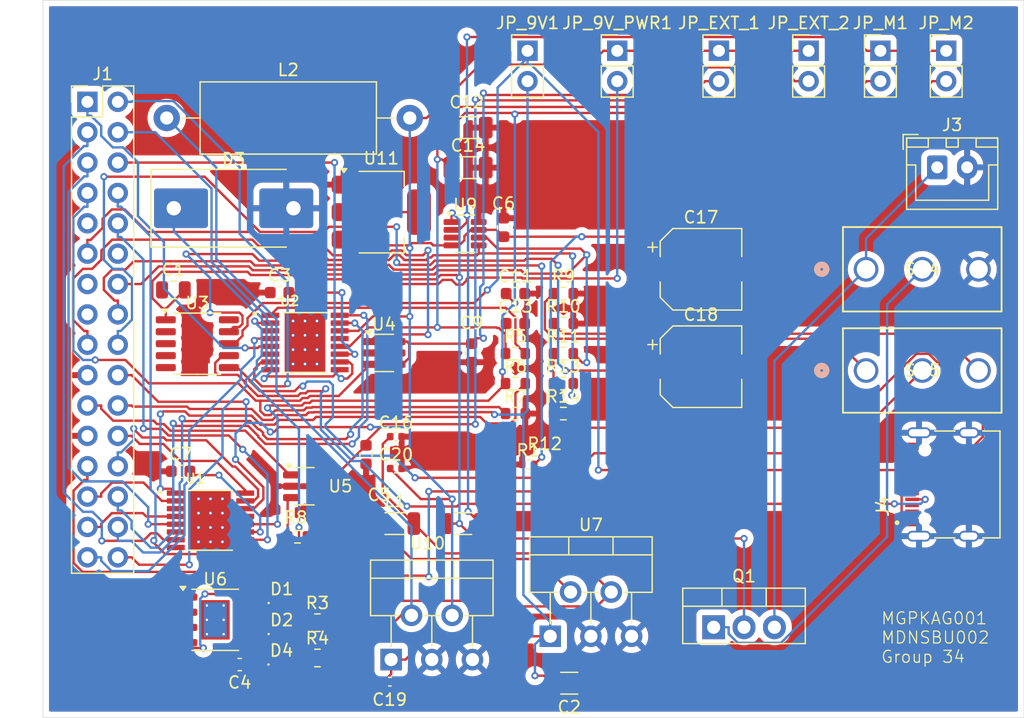
<source format=kicad_pcb>
(kicad_pcb (version 20241229) (generator "pcbnew") (generator_version "9.0")
  (layers (0 "F.Cu" signal) (2 "B.Cu" signal) (13 "F.Paste" user) (15 "B.Paste" user) (5 "F.SilkS" user "F.Silkscreen") (7 "B.SilkS" user "B.Silkscreen") (1 "F.Mask" user) (3 "B.Mask" user) (25 "Edge.Cuts" user))
  (net 0 "")
  (net 1 "GND")
  (net 2 "MOTOR1_B_OUT")
  (net 3 "MOTOR2_CTRL2")
  (net 4 "MOTOR2_CTRL1")
  (net 5 "MOTOR2_A_OUT")
  (net 6 "5V Out")
  (net 7 "Motor1_CTRL1")
  (net 8 "Motor1_CTRL2")
  (net 9 "MOTOR2_B_OUT")
  (net 10 "MOTOR1_A_OUT")
  (net 11 "MOTOR4_CTRL1")
  (net 12 "Motor4_B_OUT")
  (net 13 "MOTOR3_B_OUT")
  (net 14 "MOTOR3_CTRL2")
  (net 15 "MOTOR3_A_OUT")
  (net 16 "MOTOR4_CTRL2")
  (net 17 "MOTOR3_CTRL1")
  (net 18 "Motor4_A_OUT")
  (net 19 "FAST_CHARGE_CTRL")
  (net 20 "CTRL_EXT_LOAD2")
  (net 21 "I2C1_SDA")
  (net 22 "High Voltage (9V)")
  (net 23 "EXT_LOAD2_OUT")
  (net 24 "+BATT")
  (net 26 "3V3 Out")
  (net 27 "PD7{slash}RESV")
  (net 28 "CTRL_EXT_LOAD1")
  (net 29 "I2C1_SCL")
  (net 30 "EXT_LOAD1_OUT")
  (net 32 "Net-(U1-VCP)")
  (net 33 "Net-(U1-~{SLEEP})")
  (net 35 "Net-(U2-~{SLEEP})")
  (net 37 "Net-(U2-VCP)")
  (net 38 "Net-(JP_M1-Pin_2)")
  (net 39 "Net-(JP_M2-Pin_2)")
  (net 40 "+BATT_out")
  (net 41 "Net-(D1-K)")
  (net 42 "Net-(D2-K)")
  (net 43 "Net-(JP_9V1-Pin_1)")
  (net 46 "Net-(U3-CFG1)")
  (net 48 "Net-(D3-K)")
  (net 49 "Net-(D2-A)")
  (net 52 "Net-(D1-A)")
  (net 53 "Net-(SW5-C)")
  (net 60 "Net-(SW5-A)")
  (net 61 "Net-(D4-K)")
  (net 62 "Net-(JP_EXT_1-Pin_2)")
  (net 63 "Net-(JP_EXT_2-Pin_2)")
  (net 64 "VBAT+")
  (net 65 "Net-(JP_9V_PWR1-Pin_2)")
  (net 68 "LiPo +ve")
  (net 69 "Net-(SW5-B)")
  (net 72 "Net-(J4-CC1)")
  (net 77 "Net-(J4-CC2)")
  (net 78 "Net-(Q1-G)")
  (footprint "Resistor_SMD:R_0603_1608Metric" (layer "F.Cu") (at 168 95.55)
    (property "Reference" "R11")
    (property "Value" "10k")
  )
  (footprint "Capacitor_SMD:C_0603_1608Metric" (layer "F.Cu") (at 140.94 121.565)
    (property "Reference" "C4")
    (property "Value" "220u")
  )
  (footprint "Capacitor_SMD:C_1206_3216Metric" (layer "F.Cu") (at 168.4875 123.125)
    (property "Reference" "C2")
    (property "Value" "100u")
  )
  (footprint "Capacitor_SMD:C_0603_1608Metric" (layer "F.Cu") (at 151.5 104 -90)
    (property "Reference" "C5")
    (property "Value" "1u")
  )
  (footprint "Capacitor_SMD:C_0603_1608Metric" (layer "F.Cu") (at 163 85 -90)
    (property "Reference" "C6")
    (property "Value" "1u")
  )
  (footprint "Capacitor_SMD:C_0603_1608Metric" (layer "F.Cu") (at 136 105.4)
    (property "Reference" "C7")
    (property "Value" "C_Small (0.1uF)")
  )
  (footprint "Capacitor_SMD:C_0603_1608Metric" (layer "F.Cu") (at 163.99 93.04)
    (property "Reference" "C13")
    (property "Value" "0.1u")
  )
  (footprint "Package_TO_SOT_THT:TO-220-3_Vertical" (layer "F.Cu") (at 180.56 118.445)
    (property "Reference" "Q1")
    (property "Value" "IRF9540N")
  )
  (footprint "Inductor_THT:L_Axial_L14.5mm_D5.8mm_P20.32mm_Horizontal_Fastron_HBCC" (layer "F.Cu") (at 134.84 75.845)
    (property "Reference" "L2")
    (property "Value" "40u")
  )
  (footprint "footprints:IC_DRV8833PWP" (layer "F.Cu") (at 138.5 109.5)
    (property "Reference" "U1")
    (property "Value" "DRV8833PWP")
  )
  (footprint "Inductor_SMD:L_1206_3216Metric" (layer "F.Cu") (at 153.925 109.775)
    (property "Reference" "L1")
    (property "Value" "100u")
  )
  (footprint "Capacitor_SMD:C_0603_1608Metric" (layer "F.Cu") (at 160.33 95.5 -90)
    (property "Reference" "C9")
    (property "Value" "1u")
  )
  (footprint "Resistor_SMD:R_0603_1608Metric" (layer "F.Cu") (at 145.775 110.875)
    (property "Reference" "R8")
    (property "Value" "10k")
  )
  (footprint "Diode_SMD:D_0402_1005Metric" (layer "F.Cu") (at 144.44 121.565)
    (property "Reference" "D4")
    (property "Value" "D_Zener")
  )
  (footprint "Connector_PinHeader_2.54mm:PinHeader_1x02_P2.54mm_Vertical" (layer "F.Cu") (at 200 70.225)
    (property "Reference" "JP_M2")
    (property "Value" "Conn_01x02")
  )
  (footprint "Capacitor_SMD:CP_Elec_6.3x5.4" (layer "F.Cu") (at 179.5 88.5)
    (property "Reference" "C17")
    (property "Value" "10u")
  )
  (footprint "Package_TO_SOT_SMD:SOT-23-6" (layer "F.Cu") (at 153 95.5)
    (property "Reference" "U4")
    (property "Value" "TPS22929D")
  )
  (footprint "footprints:IC_DRV8833PWP" (layer "F.Cu") (at 146.4 94.625)
    (property "Reference" "U2")
    (property "Value" "DRV8833PWP")
  )
  (footprint "Capacitor_SMD:C_0805_2012Metric" (layer "F.Cu") (at 135.4 90.225)
    (property "Reference" "C1")
    (property "Value" "1u")
  )
  (footprint "Connector_PinHeader_2.54mm:PinHeader_1x02_P2.54mm_Vertical" (layer "F.Cu") (at 181 70.225)
    (property "Reference" "JP_EXT_1")
    (property "Value" "Conn_01x02")
  )
  (footprint "Package_SO:SOIC-8-1EP_3.9x4.9mm_P1.27mm_EP2.41x3.3mm_ThermalVias" (layer "F.Cu") (at 138.9 117.825)
    (property "Reference" "U6")
    (property "Value" "TP4056-42-ESOP8")
  )
  (footprint "Connector_PinHeader_2.54mm:PinHeader_1x02_P2.54mm_Vertical" (layer "F.Cu") (at 165 70.225)
    (property "Reference" "JP_9V1")
    (property "Value" "Conn_01x02")
  )
  (footprint "Resistor_SMD:R_1206_3216Metric" (layer "F.Cu") (at 159.605 109.775)
    (property "Reference" "R12")
    (property "Value" "0.1")
  )
  (footprint "footprints:SS-12D10G5_XKB" (layer "F.Cu") (at 193.301 88.5)
    (property "Reference" "SW4")
    (property "Value" "SS-12D10G5")
  )
  (footprint "Capacitor_SMD:C_0402_1005Metric" (layer "F.Cu") (at 153.5 123)
    (property "Reference" "C19")
    (property "Value" "47u")
  )
  (footprint "Resistor_SMD:R_0603_1608Metric" (layer "F.Cu") (at 168 93.04)
    (property "Reference" "R10")
    (property "Value" "1.67k")
  )
  (footprint "footprints:SS-12D10G5_XKB" (layer "F.Cu") (at 193.301 96.9676)
    (property "Reference" "SW5")
    (property "Value" "SS-12D10G5")
  )
  (footprint "footprints:HRO_TYPE-C-31-M-12" (layer "F.Cu") (at 201.8951 106.5 90)
    (property "Reference" "J4")
    (property "Value" "TYPE-C-31-M-12")
  )
  (footprint "Package_TO_SOT_SMD:SOT-223-3_TabPin2" (layer "F.Cu") (at 152.78 83.72)
    (property "Reference" "U11")
    (property "Value" "AMS1117-3.3")
  )
  (footprint "Connector_PinHeader_2.54mm:PinHeader_2x16_P2.54mm_Vertical" (layer "F.Cu") (at 128.2125 74.495)
    (property "Reference" "J1")
    (property "Value" "Conn_02x16_Odd_Even")
  )
  (footprint "Diode_SMD:D_SMC-RM10_Universal_Handsoldering" (layer "F.Cu") (at 140.435 83.395)
    (property "Reference" "D3")
    (property "Value" "1N5822")
  )
  (footprint "Capacitor_SMD:C_0603_1608Metric" (layer "F.Cu") (at 144.275 90.45)
    (property "Reference" "C3")
    (property "Value" "C_Small (0.1uF)")
  )
  (footprint "Connector_PinHeader_2.54mm:PinHeader_1x02_P2.54mm_Vertical" (layer "F.Cu") (at 188.5 70.225)
    (property "Reference" "JP_EXT_2")
    (property "Value" "Conn_01x02")
  )
  (footprint "Capacitor_SMD:C_0402_1005Metric" (layer "F.Cu") (at 154 102.5)
    (property "Reference" "C16")
    (property "Value" "10u")
  )
  (footprint "Resistor_SMD:R_0805_2012Metric" (layer "F.Cu") (at 147.44 121.015)
    (property "Reference" "R4")
    (property "Value" "1k")
  )
  (footprint "LED_SMD:LED_0402_1005Metric" (layer "F.Cu") (at 144.455 119.015)
    (property "Reference" "D2")
    (property "Value" "LED")
  )
  (footprint "Capacitor_SMD:C_0603_1608Metric" (layer "F.Cu") (at 163.99 90.53)
    (property "Reference" "C11")
    (property "Value" "0.1u")
  )
  (footprint "Resistor_SMD:R_0603_1608Metric" (layer "F.Cu") (at 163.99 98.06)
    (property "Reference" "R6")
    (property "Value" "10k")
  )
  (footprint "LED_SMD:LED_0402_1005Metric" (layer "F.Cu") (at 144.455 116.42)
    (property "Reference" "D1")
    (property "Value" "LED")
  )
  (footprint "Package_TO_SOT_THT:TO-220-5_P3.4x3.7mm_StaggerOdd_Lead3.8mm_Vertical" (layer "F.Cu") (at 153.6 121.15)
    (property "Reference" "U10")
    (property "Value" "LM2596T-5")
  )
  (footprint "Capacitor_SMD:C_1206_3216Metric" (layer "F.Cu") (at 160.0325 80)
    (property "Reference" "C14")
    (property "Value" "10u")
  )
  (footprint "Connector_JST:JST_XH_B2B-XH-A_1x02_P2.50mm_Vertical" (layer "F.Cu") (at 199.25 79.975)
    (property "Reference" "J3")
    (property "Value" "Conn_01x02")
  )
  (footprint "Connector_PinHeader_2.54mm:PinHeader_1x02_P2.54mm_Vertical" (layer "F.Cu") (at 172.5 70.225)
    (property "Reference" "JP_9V_PWR1")
    (property "Value" "Conn_01x02")
  )
  (footprint "Resistor_SMD:R_0603_1608Metric" (layer "F.Cu") (at 168 90.53)
    (property "Reference" "R9")
    (property "Value" "5k")
  )
  (footprint "Capacitor_SMD:C_1206_3216Metric" (layer "F.Cu") (at 160.0325 76.65)
    (property "Reference" "C12")
    (property "Value" "10u")
  )
  (footprint "Resistor_SMD:R_0805_2012Metric" (layer "F.Cu") (at 147.44 118.065)
    (property "Reference" "R3")
    (property "Value" "1k")
  )
  (footprint "Resistor_SMD:R_0603_1608Metric" (layer "F.Cu") (at 163.99 95.55)
    (property "Reference" "R5")
    (property "Value" "10k")
  )
  (footprint "Package_TO_SOT_SMD:SOT-23-6" (layer "F.Cu") (at 146.3625 106.65)
    (property "Reference" "U5")
    (property "Value" "TPS22929D")
  )
  (footprint "Connector_PinHeader_2.54mm:PinHeader_1x02_P2.54mm_Vertical" (layer "F.Cu") (at 194.5 70.225)
    (property "Reference" "JP_M1")
    (property "Value" "Conn_01x02")
  )
  (footprint "Package_TO_SOT_SMD:SOT-23-8" (layer "F.Cu") (at 159.7825 85.525)
    (property "Reference" "U9")
    (property "Value" "INA219AxDCN")
  )
  (footprint "Capacitor_SMD:C_0402_1005Metric" (layer "F.Cu") (at 154 105.165)
    (property "Reference" "C20")
    (property "Value" "10u")
  )
  (footprint "Resistor_SMD:R_0603_1608Metric" (layer "F.Cu") (at 168 100.57)
    (property "Reference" "R14")
    (property "Value" "10k")
  )
  (footprint "Package_SO:SSOP-10-1EP_3.9x4.9mm_P1mm_EP2.1x3.3mm" (layer "F.Cu") (at 137.4 94.725)
    (property "Reference" "U3")
    (property "Value" "CH224K")
  )
  (footprint "Capacitor_SMD:CP_Elec_6.3x5.4" (layer "F.Cu") (at 179.5 96.65)
    (property "Reference" "C18")
    (property "Value" "10u")
  )
  (footprint "Resistor_SMD:R_0603_1608Metric" (layer "F.Cu") (at 163.99 100.57)
    (property "Reference" "R7")
    (property "Value" "10k")
  )
  (footprint "Package_TO_SOT_THT:TO-220-5_P3.4x3.7mm_StaggerOdd_Lead3.8mm_Vertical" (layer "F.Cu") (at 166.9 119.2)
    (property "Reference" "U7")
    (property "Value" "LM2596T-5")
  )
  (footprint "Resistor_SMD:R_0603_1608Metric" (layer "F.Cu") (at 168 98.06)
    (property "Reference" "R13")
    (property "Value" "10k")
  )
  (footprint "Resistor_SMD:R_0402_1005Metric" (layer "F.Cu") (at 165.0635 104.825)
    (property "Reference" "R1")
    (property "Value" "6.8k")
  )
  (gr_rect (start 124.5 66) (end 206.5 126) (stroke (width 0.05)) (fill no) (layer "Edge.Cuts"))
  (gr_text "MGPKAG001\nMDNSBU002\nGroup 34" (at 194.5 121.5 0) (layer "F.SilkS") (effects (font (size 1 1) (thickness 0.1)) (justify left bottom)))
  (segment (start 143.5 94.3) (end 142.321 94.3) (width 0.2) (layer "F.Cu") (net 2))
  (segment (start 142.321 94.3) (end 142.1661 94.4549) (width 0.2) (layer "F.Cu") (net 2))
  (via (at 142.1661 94.4549) (size 0.6) (drill 0.3) (layers "F.Cu" "B.Cu") (net 2))
  (segment (start 141.0628 97.6557) (end 141.0628 96.8956) (width 0.2) (layer "B.Cu") (net 2))
  (segment (start 130.2291 113.7478) (end 133.3273 113.7478) (width 0.2) (layer "B.Cu") (net 2))
  (segment (start 129.3642 112.8829) (end 130.2291 113.7478) (width 0.2) (layer "B.Cu") (net 2))
  (segment (start 128.2125 112.595) (end 129.3642 112.595) (width 0.2) (layer "B.Cu") (net 2))
  (segment (start 136.7263 101.9922) (end 141.0628 97.6557) (width 0.2) (layer "B.Cu") (net 2))
  (segment (start 129.3642 112.595) (end 129.3642 112.8829) (width 0.2) (layer "B.Cu") (net 2))
  (segment (start 136.3246 106.5573) (end 136.7263 106.1556) (width 0.2) (layer "B.Cu") (net 2))
  (segment (start 136.7263 106.1556) (end 136.7263 101.9922) (width 0.2) (layer "B.Cu") (net 2))
  (segment (start 133.3273 113.7478) (end 136.3246 110.7505) (width 0.2) (layer "B.Cu") (net 2))
  (segment (start 141.0628 96.8956) (end 142.1661 95.7923) (width 0.2) (layer "B.Cu") (net 2))
  (segment (start 142.1661 95.7923) (end 142.1661 94.4549) (width 0.2) (layer "B.Cu") (net 2))
  (segment (start 136.3246 110.7505) (end 136.3246 106.5573) (width 0.2) (layer "B.Cu") (net 2))
  (segment (start 150.3519 97.2234) (end 149.9336 97.6417) (width 0.2) (layer "F.Cu") (net 3))
  (segment (start 149.9336 97.6417) (end 149.4209 97.6417) (width 0.2) (layer "F.Cu") (net 3))
  (segment (start 149.3 96.25) (end 150.0903 96.25) (width 0.2) (layer "F.Cu") (net 3))
  (segment (start 130.7525 79.575) (end 148.8704 79.575) (width 0.2) (layer "F.Cu") (net 3))
  (segment (start 150.3519 96.5116) (end 150.3519 97.2234) (width 0.2) (layer "F.Cu") (net 3))
  (segment (start 150.0903 96.25) (end 150.3519 96.5116) (width 0.2) (layer "F.Cu") (net 3))
  (via (at 148.8704 79.575) (size 0.6) (drill 0.3) (layers "F.Cu" "B.Cu") (net 3))
  (via (at 149.4209 97.6417) (size 0.6) (drill 0.3) (layers "F.Cu" "B.Cu") (net 3))
  (segment (start 149.4209 97.6417) (end 148.8704 97.0912) (width 0.2) (layer "B.Cu") (net 3))
  (segment (start 148.8704 97.0912) (end 148.8704 79.575) (width 0.2) (layer "B.Cu") (net 3))
  (segment (start 143.1542 97.4648) (end 142.9832 97.6358) (width 0.2) (layer "F.Cu") (net 4))
  (segment (start 149.3 96.9) (end 148.7352 97.4648) (width 0.2) (layer "F.Cu") (net 4))
  (segment (start 148.7352 97.4648) (end 143.1542 97.4648) (width 0.2) (layer "F.Cu") (net 4))
  (via (at 142.9832 97.6358) (size 0.6) (drill 0.3) (layers "F.Cu" "B.Cu") (net 4))
  (segment (start 142.9832 97.6358) (end 143.6132 97.0058) (width 0.2) (layer "B.Cu") (net 4))
  (segment (start 138.5877 81.7404) (end 133.8823 77.035) (width 0.2) (layer "B.Cu") (net 4))
  (segment (start 143.6132 93.1231) (end 143.1995 92.7094) (width 0.2) (layer "B.Cu") (net 4))
  (segment (start 142.5179 91.8318) (end 138.5877 87.9016) (width 0.2) (layer "B.Cu") (net 4))
  (segment (start 142.6116 91.8318) (end 142.5179 91.8318) (width 0.2) (layer "B.Cu") (net 4))
  (segment (start 143.6132 97.0058) (end 143.6132 93.1231) (width 0.2) (layer "B.Cu") (net 4))
  (segment (start 133.8823 77.035) (end 130.7525 77.035) (width 0.2) (layer "B.Cu") (net 4))
  (segment (start 138.5877 87.9016) (end 138.5877 81.7404) (width 0.2) (layer "B.Cu") (net 4))
  (segment (start 143.1995 92.7094) (end 143.1995 92.4197) (width 0.2) (layer "B.Cu") (net 4))
  (segment (start 143.1995 92.4197) (end 142.6116 91.8318) (width 0.2) (layer "B.Cu") (net 4))
  (segment (start 142.7699 96.25) (end 142.1614 96.8585) (width 0.2) (layer "F.Cu") (net 5))
  (segment (start 143.5 96.25) (end 142.7699 96.25) (width 0.2) (layer "F.Cu") (net 5))
  (segment (start 142.7865 98.2901) (end 144.7247 98.2901) (width 0.2) (layer "F.Cu") (net 5))
  (segment (start 142.1614 97.665) (end 142.7865 98.2901) (width 0.2) (layer "F.Cu") (net 5))
  (segment (start 144.7247 98.2901) (end 144.9483 98.0665) (width 0.2) (layer "F.Cu") (net 5))
  (segment (start 142.1614 96.8585) (end 142.1614 97.665) (width 0.2) (layer "F.Cu") (net 5))
  (via (at 144.9483 98.0665) (size 0.6) (drill 0.3) (layers "F.Cu" "B.Cu") (net 5))
  (segment (start 131.9042 74.495) (end 131.9689 74.4303) (width 0.2) (layer "B.Cu") (net 5))
  (segment (start 131.9689 74.4303) (end 135.4077 74.4303) (width 0.2) (layer "B.Cu") (net 5))
  (segment (start 130.7525 74.495) (end 131.9042 74.495) (width 0.2) (layer "B.Cu") (net 5))
  (segment (start 135.4077 74.4303) (end 140.9395 79.9621) (width 0.2) (layer "B.Cu") (net 5))
  (segment (start 144.9483 89.555) (end 144.9483 98.0665) (width 0.2) (layer "B.Cu") (net 5))
  (segment (start 140.9395 85.5462) (end 144.9483 89.555) (width 0.2) (layer "B.Cu") (net 5))
  (segment (start 140.9395 79.9621) (end 140.9395 85.5462) (width 0.2) (layer "B.Cu") (net 5))
  (segment (start 150.862 93.65) (end 152.0652 92.4468) (width 0.2) (layer "F.Cu") (net 6))
  (segment (start 142.92 106.7298) (end 140.594 104.4038) (width 0.2) (layer "F.Cu") (net 6))
  (segment (start 131.9042 97.355) (end 134.132 99.5828) (width 0.2) (layer "F.Cu") (net 6))
  (segment (start 156.932 86.3116) (end 155.3484 86.3116) (width 0.2) (layer "F.Cu") (net 6))
  (segment (start 158.645 86.5) (end 157.1204 86.5) (width 0.2) (layer "F.Cu") (net 6))
  (segment (start 159.7266 86.0655) (end 159.2921 86.5) (width 0.2) (layer "F.Cu") (net 6))
  (segment (start 130.7525 97.355) (end 131.9042 97.355) (width 0.2) (layer "F.Cu") (net 6))
  (segment (start 144.2151 101.7022) (end 151.8596 101.7022) (width 0.2) (layer "F.Cu") (net 6))
  (segment (start 156.5617 75.845) (end 161.0249 71.3818) (width 0.2) (layer "F.Cu") (net 6))
  (segment (start 167.175 95.55) (end 167.175 96.805) (width 0.2) (layer "F.Cu") (net 6))
  (segment (start 155.16 75.845) (end 156.5617 75.845) (width 0.2) (layer "F.Cu") (net 6))
  (segment (start 149.3 93.65) (end 150.862 93.65) (width 0.2) (layer "F.Cu") (net 6))
  (segment (start 156.0776 107.7226) (end 153.52 105.165) (width 0.2) (layer "F.Cu") (net 6))
  (segment (start 152.0652 92.4468) (end 155.16 92.4468) (width 0.2) (layer "F.Cu") (net 6))
  (segment (start 173.975 85.775) (end 176.7 88.5) (width 0.2) (layer "F.Cu") (net 6))
  (segment (start 167.175 96.805) (end 166.9411 96.805) (width 0.2) (layer "F.Cu") (net 6))
  (segment (start 142.92 107.7306) (end 142.92 106.7298) (width 0.2) (layer "F.Cu") (net 6))
  (segment (start 160.257 85.2) (end 159.7266 85.7304) (width 0.2) (layer "F.Cu") (net 6))
  (segment (start 155.16 86.5) (end 155.16 86.7249) (width 0.2) (layer "F.Cu") (net 6))
  (segment (start 160.92 85.2) (end 160.257 85.2) (width 0.2) (layer "F.Cu") (net 6))
  (segment (start 181 70.225) (end 172.5 70.225) (width 0.2) (layer "F.Cu") (net 6))
  (segment (start 167.175 96.805) (end 167.175 98.06) (width 0.2) (layer "F.Cu") (net 6))
  (segment (start 163 85.775) (end 169.5373 85.775) (width 0.2) (layer "F.Cu") (net 6))
  (segment (start 141.4 108.525) (end 142.1256 108.525) (width 0.2) (layer "F.Cu") (net 6))
  (segment (start 169.5373 85.775) (end 173.975 85.775) (width 0.2) (layer "F.Cu") (net 6))
  (segment (start 163 85.775) (end 162.425 85.2) (width 0.2) (layer "F.Cu") (net 6))
  (segment (start 172.5 70.225) (end 171.3483 70.225) (width 0.2) (layer "F.Cu") (net 6))
  (segment (start 170.1915 71.3818) (end 171.3483 70.225) (width 0.2) (layer "F.Cu") (net 6))
  (segment (start 155.3484 86.3116) (end 155.16 86.5) (width 0.2) (layer "F.Cu") (net 6))
  (segment (start 161.0249 71.3818) (end 170.1915 71.3818) (width 0.2) (layer "F.Cu") (net 6))
  (segment (start 162.425 85.2) (end 160.92 85.2) (width 0.2) (layer "F.Cu") (net 6))
  (segment (start 181 70.225) (end 188.5 70.225) (width 0.2) (layer "F.Cu") (net 6))
  (segment (start 155.16 86.5) (end 150.11 86.5) (width 0.2) (layer "F.Cu") (net 6))
  (segment (start 158.7 107.7226) (end 156.0776 107.7226) (width 0.2) (layer "F.Cu") (net 6))
  (segment (start 167.175 100.57) (end 167.175 98.06) (width 0.2) (layer "F.Cu") (net 6))
  (segment (start 157.1204 86.5) (end 156.932 86.3116) (width 0.2) (layer "F.Cu") (net 6))
  (segment (start 143.4985 102.1039) (end 143.8134 102.1039) (width 0.2) (layer "F.Cu") (net 6))
  (segment (start 143.8134 102.1039) (end 144.2151 101.7022) (width 0.2) (layer "F.Cu") (net 6))
  (segment (start 150.11 86.5) (end 149.63 86.02) (width 0.2) (layer "F.Cu") (net 6))
  (segment (start 142.1256 108.525) (end 142.92 107.7306) (width 0.2) (layer "F.Cu") (net 6))
  (segment (start 159.2921 86.5) (end 158.645 86.5) (width 0.2) (layer "F.Cu") (net 6))
  (segment (start 134.132 99.5828) (end 141.4754 99.5828) (width 0.2) (layer "F.Cu") (net 6))
  (segment (start 159.7266 85.7304) (end 159.7266 86.0655) (width 0.2) (layer "F.Cu") (net 6))
  (via (at 141.4754 99.5828) (size 0.6) (drill 0.3) (layers "F.Cu" "B.Cu") (net 6))
  (via (at 140.594 104.4038) (size 0.6) (drill 0.3) (layers "F.Cu" "B.Cu") (net 6))
  (via (at 151.8596 101.7022) (size 0.6) (drill 0.3) (layers "F.Cu" "B.Cu") (net 6))
  (via (at 166.9411 96.805) (size 0.6) (drill 0.3) (layers "F.Cu" "B.Cu") (net 6))
  (via (at 169.5373 85.775) (size 0.6) (drill 0.3) (layers "F.Cu" "B.Cu") (net 6))
  (via (at 155.16 86.7249) (size 0.6) (drill 0.3) (layers "F.Cu" "B.Cu") (net 6))
  (via (at 158.7 107.7226) (size 0.6) (drill 0.3) (layers "F.Cu" "B.Cu") (net 6))
  (via (at 143.4985 102.1039) (size 0.6) (drill 0.3) (layers "F.Cu" "B.Cu") (net 6))
  (via (at 155.16 92.4468) (size 0.6) (drill 0.3) (layers "F.Cu" "B.Cu") (net 6))
  (segment (start 155.16 104.1826) (end 158.7 107.7226) (width 0.2) (layer "B.Cu") (net 6))
  (segment (start 155.16 101.7022) (end 151.8596 101.7022) (width 0.2) (layer "B.Cu") (net 6))
  (segment (start 140.594 104.4038) (end 140.594 102.2272) (width 0.2) (layer "B.Cu") (net 6))
  (segment (start 142.7404 101.3458) (end 143.4985 102.1039) (width 0.2) (layer "B.Cu") (net 6))
  (segment (start 158.7 117.45) (end 158.7 107.7226) (width 0.2) (layer "B.Cu") (net 6))
  (segment (start 169.5373 85.775) (end 169.0531 85.775) (width 0.2) (layer "B.Cu") (net 6))
  (segment (start 169.0531 85.775) (end 166.9411 87.887) (width 0.2) (layer "B.Cu") (net 6))
  (segment (start 141.4754 101.3458) (end 142.7404 101.3458) (width 0.2) (layer "B.Cu") (net 6))
  (segment (start 155.16 86.7249) (end 155.16 75.845) (width 0.2) (layer "B.Cu") (net 6))
  (segment (start 155.16 101.7022) (end 155.16 104.1826) (width 0.2) (layer "B.Cu") (net 6))
  (segment (start 166.9411 87.887) (end 166.9411 96.805) (width 0.2) (layer "B.Cu") (net 6))
  (segment (start 155.16 86.7249) (end 155.16 92.4468) (width 0.2) (layer "B.Cu") (net 6))
  (segment (start 141.4754 101.3458) (end 141.4754 99.5828) (width 0.2) (layer "B.Cu") (net 6))
  (segment (start 155.16 92.4468) (end 155.16 101.7022) (width 0.2) (layer "B.Cu") (net 6))
  (segment (start 140.594 102.2272) (end 141.4754 101.3458) (width 0.2) (layer "B.Cu") (net 6))
  (segment (start 149.3 92.35) (end 151.3111 92.35) (width 0.2) (layer "F.Cu") (net 7))
  (segment (start 142.4951 102.4495) (end 142.4951 102.5193) (width 0.2) (layer "F.Cu") (net 7))
  (segment (start 142.4951 102.5193) (end 143.0831 103.1073) (width 0.2) (layer "F.Cu") (net 7))
  (segment (start 135.3892 101.3885) (end 135.601 101.6003) (width 0.2) (layer "F.Cu") (net 7))
  (segment (start 141.6459 101.6003) (end 142.4951 102.4495) (width 0.2) (layer "F.Cu") (net 7))
  (segment (start 143.0831 103.1073) (end 150.3415 103.1073) (width 0.2) (layer "F.Cu") (net 7))
  (segment (start 135.601 101.6003) (end 141.6459 101.6003) (width 0.2) (layer "F.Cu") (net 7))
  (via (at 151.3111 92.35) (size 0.6) (drill 0.3) (layers "F.Cu" "B.Cu") (net 7))
  (via (at 135.3892 101.3885) (size 0.6) (drill 0.3) (layers "F.Cu" "B.Cu") (net 7))
  (via (at 150.3415 103.1073) (size 0.6) (drill 0.3) (layers "F.Cu" "B.Cu") (net 7))
  (segment (start 131.0405 108.6667) (end 130.7525 108.6667) (width 0.2) (layer "B.Cu") (net 7))
  (segment (start 150.9098 102.539) (end 150.3415 103.1073) (width 0.2) (layer "B.Cu") (net 7))
  (segment (start 134.0345 111.7893) (end 133.5097 111.7893) (width 0.2) (layer "B.Cu") (net 7))
  (segment (start 131.9042 110.1838) (end 131.9042 109.5304) (width 0.2) (layer "B.Cu") (net 7))
  (segment (start 151.6075 92.6464) (end 151.6075 101.0516) (width 0.2) (layer "B.Cu") (net 7))
  (segment (start 133.5097 111.7893) (end 131.9042 110.1838) (width 0.2) (layer "B.Cu") (net 7))
  (segment (start 135.3892 110.4346) (end 134.0345 111.7893) (width 0.2) (layer "B.Cu") (net 7))
  (segment (start 135.3892 101.3885) (end 135.3892 110.4346) (width 0.2) (layer "B.Cu") (net 7))
  (segment (start 130.7525 107.515) (end 130.7525 108.6667) (width 0.2) (layer "B.Cu") (net 7))
  (segment (start 151.3111 92.35) (end 151.6075 92.6464) (width 0.2) (layer "B.Cu") (net 7))
  (segment (start 150.9098 101.7493) (end 150.9098 102.539) (width 0.2) (layer "B.Cu") (net 7))
  (segment (start 151.6075 101.0516) (end 150.9098 101.7493) (width 0.2) (layer "B.Cu") (net 7))
  (segment (start 131.9042 109.5304) (end 131.0405 108.6667) (width 0.2) (layer "B.Cu") (net 7))
  (segment (start 142.6256 101.9038) (end 142.8968 102.175) (width 0.2) (layer "F.Cu") (net 8))
  (segment (start 143.2494 102.7056) (end 149.8126 102.7056) (width 0.2) (layer "F.Cu") (net 8))
  (segment (start 149.8126 102.7056) (end 150.2143 102.3039) (width 0.2) (layer "F.Cu") (net 8))
  (segment (start 149.3 93) (end 150.5614 93) (width 0.2) (layer "F.Cu") (net 8))
  (segment (start 142.8968 102.175) (end 142.8968 102.353) (width 0.2) (layer "F.Cu") (net 8))
  (segment (start 136.3335 101.1986) (end 141.8122 101.1986) (width 0.2) (layer "F.Cu") (net 8))
  (segment (start 142.5174 101.9038) (end 142.6256 101.9038) (width 0.2) (layer "F.Cu") (net 8))
  (segment (start 142.8968 102.353) (end 143.2494 102.7056) (width 0.2) (layer "F.Cu") (net 8))
  (segment (start 141.8122 101.1986) (end 142.5174 101.9038) (width 0.2) (layer "F.Cu") (net 8))
  (segment (start 136.1261 100.9912) (end 136.3335 101.1986) (width 0.2) (layer "F.Cu") (net 8))
  (via (at 136.1261 100.9912) (size 0.6) (drill 0.3) (layers "F.Cu" "B.Cu") (net 8))
  (via (at 150.5614 93) (size 0.6) (drill 0.3) (layers "F.Cu" "B.Cu") (net 8))
  (via (at 150.2143 102.3039) (size 0.6) (drill 0.3) (layers "F.Cu" "B.Cu") (net 8))
  (segment (start 135.9229 106.391) (end 135.9229 110.5428) (width 0.2) (layer "B.Cu") (net 8))
  (segment (start 135.9229 110.5428) (end 134.2747 112.191) (width 0.2) (layer "B.Cu") (net 8))
  (segment (start 151.2058 93.6444) (end 151.2058 100.8852) (width 0.2) (layer "B.Cu") (net 8))
  (segment (start 151.2058 100.8852) (end 150.2143 101.8767) (width 0.2) (layer "B.Cu") (net 8))
  (segment (start 150.5614 93) (end 151.2058 93.6444) (width 0.2) (layer "B.Cu") (net 8))
  (segment (start 136.1261 100.9912) (end 136.1261 106.1878) (width 0.2) (layer "B.Cu") (net 8))
  (segment (start 134.2747 112.191) (end 132.8688 112.191) (width 0.2) (layer "B.Cu") (net 8))
  (segment (start 136.1261 106.1878) (end 135.9229 106.391) (width 0.2) (layer "B.Cu") (net 8))
  (segment (start 131.8845 111.2067) (end 130.7525 111.2067) (width 0.2) (layer "B.Cu") (net 8))
  (segment (start 130.7525 110.055) (end 130.7525 111.2067) (width 0.2) (layer "B.Cu") (net 8))
  (segment (start 150.2143 101.8767) (end 150.2143 102.3039) (width 0.2) (layer "B.Cu") (net 8))
  (segment (start 132.8688 112.191) (end 131.8845 111.2067) (width 0.2) (layer "B.Cu") (net 8))
  (segment (start 142.586 94.95) (end 142.4573 95.0787) (width 0.2) (layer "F.Cu") (net 9))
  (segment (start 143.5 94.95) (end 142.586 94.95) (width 0.2) (layer "F.Cu") (net 9))
  (segment (start 142.4573 95.0787) (end 141.3856 95.0787) (width 0.2) (layer "F.Cu") (net 9))
  (via (at 141.3856 95.0787) (size 0.6) (drill 0.3) (layers "F.Cu" "B.Cu") (net 9))
  (segment (start 128.5005 75.6467) (end 129.3642 76.5104) (width 0.2) (layer "B.Cu") (net 9))
  (segment (start 139.5823 95.0787) (end 141.3856 95.0787) (width 0.2) (layer "B.Cu") (net 9))
  (segment (start 132.4408 79.556) (end 132.4408 84.0503) (width 0.2) (layer "B.Cu") (net 9))
  (segment (start 131.1898 78.305) (end 132.4408 79.556) (width 0.2) (layer "B.Cu") (net 9))
  (segment (start 132.4408 84.0503) (end 134.6063 86.2158) (width 0.2) (layer "B.Cu") (net 9))
  (segment (start 128.2125 74.495) (end 128.2125 75.6467) (width 0.2) (layer "B.Cu") (net 9))
  (segment (start 130.3341 78.305) (end 131.1898 78.305) (width 0.2) (layer "B.Cu") (net 9))
  (segment (start 128.2125 75.6467) (end 128.5005 75.6467) (width 0.2) (layer "B.Cu") (net 9))
  (segment (start 134.6063 86.2158) (end 134.6063 90.1027) (width 0.2) (layer "B.Cu") (net 9))
  (segment (start 134.6063 90.1027) (end 139.5823 95.0787) (width 0.2) (layer "B.Cu") (net 9))
  (segment (start 129.3642 77.3351) (end 130.3341 78.305) (width 0.2) (layer "B.Cu") (net 9))
  (segment (start 129.3642 76.5104) (end 129.3642 77.3351) (width 0.2) (layer "B.Cu") (net 9))
  (segment (start 131.9042 112.595) (end 132.5232 113.214) (width 0.2) (layer "F.Cu") (net 10))
  (segment (start 143.5 93) (end 142.3609 93) (width 0.2) (layer "F.Cu") (net 10))
  (segment (start 142.3609 93) (end 142.1961 92.8352) (width 0.2) (layer "F.Cu") (net 10))
  (segment (start 132.5232 113.214) (end 136.7263 113.214) (width 0.2) (layer "F.Cu") (net 10))
  (segment (start 130.7525 112.595) (end 131.9042 112.595) (width 0.2) (layer "F.Cu") (net 10))
  (via (at 136.7263 113.214) (size 0.6) (drill 0.3) (layers "F.Cu" "B.Cu") (net 10))
  (via (at 142.1961 92.8352) (size 0.6) (drill 0.3) (layers "F.Cu" "B.Cu") (net 10))
  (segment (start 142.3797 96.8203) (end 142.3797 96.1467) (width 0.2) (layer "B.Cu") (net 10))
  (segment (start 142.1961 92.92) (end 142.1961 92.8352) (width 0.2) (layer "B.Cu") (net 10))
  (segment (start 139.5037 100.2643) (end 141.4645 98.3035) (width 0.2) (layer "B.Cu") (net 10))
  (segment (start 142.7814 93.5053) (end 142.1961 92.92) (width 0.2) (layer "B.Cu") (net 10))
  (segment (start 141.4645 98.3035) (end 141.4645 97.7355) (width 0.2) (layer "B.Cu") (net 10))
  (segment (start 142.3797 96.1467) (end 142.7814 95.745) (width 0.2) (layer "B.Cu") (net 10))
  (segment (start 139.5037 104.1464) (end 139.5037 100.2643) (width 0.2) (layer "B.Cu") (net 10))
  (segment (start 136.7263 113.214) (end 136.7263 106.9238) (width 0.2) (layer "B.Cu") (net 10))
  (segment (start 142.7814 95.745) (end 142.7814 93.5053) (width 0.2) (layer "B.Cu") (net 10))
  (segment (start 141.4645 97.7355) (end 142.3797 96.8203) (width 0.2) (layer "B.Cu") (net 10))
  (segment (start 136.7263 106.9238) (end 139.5037 104.1464) (width 0.2) (layer "B.Cu") (net 10))
  (segment (start 134.7059 112.3229) (end 133.7587 111.3757) (width 0.2) (layer "F.Cu") (net 11))
  (segment (start 140.8521 112.3229) (end 134.7059 112.3229) (width 0.2) (layer "F.Cu") (net 11))
  (segment (start 141.4 111.775) (end 140.8521 112.3229) (width 0.2) (layer "F.Cu") (net 11))
  (segment (start 133.7587 111.3757) (end 133.7587 111.1875) (width 0.2) (layer "F.Cu") (net 11))
  (via (at 133.7587 111.1875) (size 0.6) (drill 0.3) (layers "F.Cu" "B.Cu") (net 11))
  (segment (start 133.9032 111.043) (end 133.7587 111.1875) (width 0.2) (layer "B.Cu") (net 11))
  (segment (start 133.4944 106.9352) (end 133.9032 107.344) (width 0.2) (layer "B.Cu") (net 11))
  (segment (start 131.021 83.2667) (end 133.4944 85.7401) (width 0.2) (layer "B.Cu") (net 11))
  (segment (start 130.7525 83.2667) (end 131.021 83.2667) (width 0.2) (layer "B.Cu") (net 11))
  (segment (start 133.4944 85.7401) (end 133.4944 106.9352) (width 0.2) (layer "B.Cu") (net 11))
  (segment (start 130.7525 82.115) (end 130.7525 83.2667) (width 0.2) (layer "B.Cu") (net 11))
  (segment (start 133.9032 107.344) (end 133.9032 111.043) (width 0.2) (layer "B.Cu") (net 11))
  (segment (start 135.6 109.825) (end 133.2933 109.825) (width 0.2) (layer "F.Cu") (net 12))
  (via (at 133.2933 109.825) (size 0.6) (drill 0.3) (layers "F.Cu" "B.Cu") (net 12))
  (segment (start 128.2125 80.7267) (end 127.944 80.7267) (width 0.2) (layer "B.Cu") (net 12))
  (segment (start 127.7904 106.245) (end 131.1351 106.245) (width 0.2) (layer "B.Cu") (net 12))
  (segment (start 133.2933 108.4032) (end 133.2933 109.825) (width 0.2) (layer "B.Cu") (net 12))
  (segment (start 131.1351 106.245) (end 133.2933 108.4032) (width 0.2) (layer "B.Cu") (net 12))
  (segment (start 128.2125 79.575) (end 128.2125 80.7267) (width 0.2) (layer "B.Cu") (net 12))
  (segment (start 126.6349 105.0895) (end 127.7904 106.245) (width 0.2) (layer "B.Cu") (net 12))
  (segment (start 126.6349 82.0358) (end 126.6349 105.0895) (width 0.2) (layer "B.Cu") (net 12))
  (segment (start 127.944 80.7267) (end 126.6349 82.0358) (width 0.2) (layer "B.Cu") (net 12))
  (segment (start 132.8479 108.8998) (end 130.2509 108.8998) (width 0.2) (layer "F.Cu") (net 13))
  (segment (start 135.6 109.175) (end 133.1231 109.175) (width 0.2) (layer "F.Cu") (net 13))
  (segment (start 130.2509 108.8998) (end 129.3642 109.7865) (width 0.2) (layer "F.Cu") (net 13))
  (segment (start 129.3642 109.7865) (end 129.3642 110.055) (width 0.2) (layer "F.Cu") (net 13))
  (segment (start 128.2125 110.055) (end 129.3642 110.055) (width 0.2) (layer "F.Cu") (net 13))
  (segment (start 133.1231 109.175) (end 132.8479 108.8998) (width 0.2) (layer "F.Cu") (net 13))
  (segment (start 134.8191 102.8054) (end 138.1448 102.8054) (width 0.2) (layer "F.Cu") (net 14))
  (segment (start 132.0848 101.8288) (end 132.0848 101.8668) (width 0.2) (layer "F.Cu") (net 14))
  (segment (start 142.1235 107.875) (end 141.4 107.875) (width 0.2) (layer "F.Cu") (net 14))
  (segment (start 142.4787 106.9122) (end 142.4787 107.5198) (width 0.2) (layer "F.Cu") (net 14))
  (segment (start 140.572 105.0055) (end 142.4787 106.9122) (width 0.2) (layer "F.Cu") (net 14))
  (segment (start 134.5837 102.57) (end 134.8191 102.8054) (width 0.2) (layer "F.Cu") (net 14))
  (segment (start 140.3449 105.0055) (end 140.572 105.0055) (width 0.2) (layer "F.Cu") (net 14))
  (segment (start 138.1448 102.8054) (end 140.3449 105.0055) (width 0.2) (layer "F.Cu") (net 14))
  (segment (start 132.788 102.57) (end 134.5837 102.57) (width 0.2) (layer "F.Cu") (net 14))
  (segment (start 142.4787 107.5198) (end 142.1235 107.875) (width 0.2) (layer "F.Cu") (net 14))
  (segment (start 132.0848 101.8668) (end 132.788 102.57) (width 0.2) (layer "F.Cu") (net 14))
  (via (at 132.0848 101.8288) (size 0.6) (drill 0.3) (layers "F.Cu" "B.Cu") (net 14))
  (segment (start 130.7525 104.975) (end 130.7525 103.8233) (width 0.2) (layer "B.Cu") (net 14))
  (segment (start 132.0848 102.7595) (end 132.0848 101.8288) (width 0.2) (layer "B.Cu") (net 14))
  (segment (start 130.7525 103.8233) (end 131.021 103.8233) (width 0.2) (layer "B.Cu") (net 14))
  (segment (start 131.021 103.8233) (end 132.0848 102.7595) (width 0.2) (layer "B.Cu") (net 14))
  (segment (start 134.4343 107.875) (end 132.9014 106.3421) (width 0.2) (layer "F.Cu") (net 15))
  (segment (start 135.6 107.875) (end 134.4343 107.875) (width 0.2) (layer "F.Cu") (net 15))
  (segment (start 130.2686 106.3421) (end 129.3642 107.2465) (width 0.2) (layer "F.Cu") (net 15))
  (segment (start 129.3642 107.2465) (end 129.3642 107.515) (width 0.2) (layer "F.Cu") (net 15))
  (segment (start 132.9014 106.3421) (end 130.2686 106.3421) (width 0.2) (layer "F.Cu") (net 15))
  (segment (start 128.2125 107.515) (end 129.3642 107.515) (width 0.2) (layer "F.Cu") (net 15))
  (segment (start 141.4 111.125) (end 143.2628 111.125) (width 0.2) (layer "F.Cu") (net 16))
  (segment (start 134.9854 102.4037) (end 134.4321 101.8504) (width 0.2) (layer "F.Cu") (net 16))
  (segment (start 134.4321 101.8504) (end 132.9192 101.8504) (width 0.2) (layer "F.Cu") (net 16))
  (segment (start 132.9192 101.8504) (end 132.8927 101.8239) (width 0.2) (layer "F.Cu") (net 16))
  (segment (start 141.1957 103.5691) (end 140.0303 102.4037) (width 0.2) (layer "F.Cu") (net 16))
  (segment (start 140.0303 102.4037) (end 134.9854 102.4037) (width 0.2) (layer "F.Cu") (net 16))
  (via (at 132.8927 101.8239) (size 0.6) (drill 0.3) (layers "F.Cu" "B.Cu") (net 16))
  (via (at 141.1957 103.5691) (size 0.6) (drill 0.3) (layers "F.Cu" "B.Cu") (net 16))
  (via (at 143.2628 111.125) (size 0.6) (drill 0.3) (layers "F.Cu" "B.Cu") (net 16))
  (segment (start 132.8927 87.6784) (end 131.021 85.8067) (width 0.2) (layer "B.Cu") (net 16))
  (segment (start 131.021 85.8067) (end 130.7525 85.8067) (width 0.2) (layer "B.Cu") (net 16))
  (segment (start 143.2628 105.6362) (end 141.1957 103.5691) (width 0.2) (layer "B.Cu") (net 16))
  (segment (start 130.7525 84.655) (end 130.7525 85.8067) (width 0.2) (layer "B.Cu") (net 16))
  (segment (start 143.2628 111.125) (end 143.2628 105.6362) (width 0.2) (layer "B.Cu") (net 16))
  (segment (start 132.8927 101.8239) (end 132.8927 87.6784) (width 0.2) (layer "B.Cu") (net 16))
  (segment (start 135.9783 104.5326) (end 138.9464 104.5326) (width 0.2) (layer "F.Cu") (net 17))
  (segment (start 141.4 106.9862) (end 141.4 107.225) (width 0.2) (layer "F.Cu") (net 17))
  (segment (start 134.5602 103.1145) (end 135.9783 104.5326) (width 0.2) (layer "F.Cu") (net 17))
  (segment (start 138.9464 104.5326) (end 141.4 106.9862) (width 0.2) (layer "F.Cu") (net 17))
  (segment (start 130.7525 102.435) (end 131.9042 102.435) (width 0.2) (layer "F.Cu") (net 17))
  (segment (start 131.9042 102.435) (end 132.5837 103.1145) (width 0.2) (layer "F.Cu") (net 17))
  (segment (start 132.5837 103.1145) (end 134.5602 103.1145) (width 0.2) (layer "F.Cu") (net 17))
  (segment (start 133.5096 110.5858) (end 132.8797 111.2157) (width 0.2) (layer "F.Cu") (net 18))
  (segment (start 134.5695 111.125) (end 134.0303 110.5858) (width 0.2) (layer "F.Cu") (net 18))
  (segment (start 135.6 111.125) (end 134.5695 111.125) (width 0.2) (layer "F.Cu") (net 18))
  (segment (start 134.0303 110.5858) (end 133.5096 110.5858) (width 0.2) (layer "F.Cu") (net 18))
  (segment (start 132.8797 111.2157) (end 129.4152 111.2157) (width 0.2) (layer "F.Cu") (net 18))
  (via (at 129.4152 111.2157) (size 0.6) (drill 0.3) (layers "F.Cu" "B.Cu") (net 18))
  (segment (start 127.8462 108.785) (end 128.6337 108.785) (width 0.2) (layer "B.Cu") (net 18))
  (segment (start 126.2332 107.172) (end 127.8462 108.785) (width 0.2) (layer "B.Cu") (net 18))
  (segment (start 129.4152 109.5665) (end 129.4152 111.2157) (width 0.2) (layer "B.Cu") (net 18))
  (segment (start 126.2332 79.8781) (end 126.2332 107.172) (width 0.2) (layer "B.Cu") (net 18))
  (segment (start 127.9246 78.1867) (end 126.2332 79.8781) (width 0.2) (layer "B.Cu") (net 18))
  (segment (start 128.2125 78.1867) (end 127.9246 78.1867) (width 0.2) (layer "B.Cu") (net 18))
  (segment (start 128.2125 77.035) (end 128.2125 78.1867) (width 0.2) (layer "B.Cu") (net 18))
  (segment (start 128.6337 108.785) (end 129.4152 109.5665) (width 0.2) (layer "B.Cu") (net 18))
  (segment (start 133.3353 98.0378) (end 140.8302 98.0378) (width 0.2) (layer "F.Cu") (net 20))
  (segment (start 146.3041 100.2986) (end 146.5285 100.0742) (width 0.2) (layer "F.Cu") (net 20))
  (segment (start 143.5146 100.6987) (end 143.8671 100.3462) (width 0.2) (layer "F.Cu") (net 20))
  (segment (start 146.8127 99.0935) (end 147.8813 99.0935) (width 0.2) (layer "F.Cu") (net 20))
  (segment (start 147.882 99.0942) (end 149.2183 99.0942) (width 0.2) (layer "F.Cu") (net 20))
  (segment (start 140.8302 98.0378) (end 142.2876 99.4952) (width 0.2) (layer "F.Cu") (net 20))
  (segment (start 128.8653 96.085) (end 131.3825 96.085) (width 0.2) (layer "F.Cu") (net 20))
  (segment (start 149.2183 99.0942) (end 151.8625 96.45) (width 0.2) (layer "F.Cu") (net 20))
  (segment (start 146.1959 99.2708) (end 146.6354 99.2708) (width 0.2) (layer "F.Cu") (net 20))
  (segment (start 143.9146 100.2986) (end 146.3041 100.2986) (width 0.2) (layer "F.Cu") (net 20))
  (segment (start 143.8671 100.3461) (end 143.9146 100.2986) (width 0.2) (layer "F.Cu") (net 20))
  (segment (start 146.5285 100.0742) (end 146.968 100.0742) (width 0.2) (layer "F.Cu") (net 20))
  (segment (start 146.968 100.0742) (end 147.0125 100.0297) (width 0.2) (layer "F.Cu") (net 20))
  (segment (start 147.8813 99.0935) (end 147.882 99.0942) (width 0.2) (layer "F.Cu") (net 20))
  (segment (start 142.6637 99.4952) (end 145.9715 99.4952) (width 0.2) (layer "F.Cu") (net 20))
  (segment (start 145.9715 99.4952) (end 146.1959 99.2708) (width 0.2) (layer "F.Cu") (net 20))
  (segment (start 143.0163 100.6987) (end 143.5146 100.6987) (width 0.2) (layer "F.Cu") (net 20))
  (segment (start 143.8671 100.3462) (end 143.8671 100.3461) (width 0.2) (layer "F.Cu") (net 20))
  (segment (start 142.6637 99.4952) (end 142.6637 100.3461) (width 0.2) (layer "F.Cu") (net 20))
  (segment (start 142.2876 99.4952) (end 142.6637 99.4952) (width 0.2) (layer "F.Cu") (net 20))
  (segment (start 146.6354 99.2708) (end 146.8127 99.0935) (width 0.2) (layer "F.Cu") (net 20))
  (segment (start 142.6637 100.3461) (end 143.0163 100.6987) (width 0.2) (layer "F.Cu") (net 20))
  (segment (start 162.6247 100.0297) (end 163.165 100.57) (width 0.2) (layer "F.Cu") (net 20))
  (segment (start 147.0125 100.0297) (end 162.6247 100.0297) (width 0.2) (layer "F.Cu") (net 20))
  (segment (start 131.3825 96.085) (end 133.3353 98.0378) (width 0.2) (layer "F.Cu") (net 20))
  (via (at 128.8653 96.085) (size 0.6) (drill 0.3) (layers "F.Cu" "B.Cu") (net 20))
  (segment (start 127.0366 84.1741) (end 127.944 83.2667) (width 0.2) (layer "B.Cu") (net 20))
  (segment (start 128.8653 96.085) (end 127.8359 96.085) (width 0.2) (layer "B.Cu") (net 20))
  (segment (start 127.944 83.2667) (end 128.2125 83.2667) (width 0.2) (layer "B.Cu") (net 20))
  (segment (start 127.0366 95.2857) (end 127.0366 84.1741) (width 0.2) (layer "B.Cu") (net 20))
  (segment (start 127.8359 96.085) (end 127.0366 95.2857) (width 0.2) (layer "B.Cu") (net 20))
  (segment (start 128.2125 82.115) (end 128.2125 83.2667) (width 0.2) (layer "B.Cu") (net 20))
  (segment (start 157.1204 87.3266) (end 156.932 87.515) (width 0.2) (layer "F.Cu") (net 21))
  (segment (start 160.92 87.1743) (end 160.92 86.5) (width 0.2) (layer "F.Cu") (net 21))
  (segment (start 142.5599 86.5875) (end 141.9964 86.024) (width 0.2) (layer "F.Cu") (net 21))
  (segment (start 156.932 87.515) (end 156.7378 87.515) (width 0.2) (layer "F.Cu") (net 21))
  (segment (start 127.8344 88.465) (end 127.0124 89.287) (width 0.2) (layer "F.Cu") (net 21))
  (segment (start 154.6634 87.6797) (end 154.3109 87.3272) (width 0.2) (layer "F.Cu") (net 21))
  (segment (start 154.6634 87.6802) (end 154.6634 87.6797) (width 0.2) (layer "F.Cu") (net 21))
  (segment (start 153.8126 87.3272) (end 153.4598 87.68) (width 0.2) (layer "F.Cu") (net 21))
  (segment (start 128.6066 88.465) (end 127.8344 88.465) (width 0.2) (layer "F.Cu") (net 21))
  (segment (start 141.9964 86.024) (end 130.2834 86.024) (width 0.2) (layer "F.Cu") (net 21))
  (segment (start 160.92 87.1743) (end 160.7677 87.3266) (width 0.2) (layer "F.Cu") (net 21))
  (segment (start 153.4116 87.7283) (end 148.3621 87.7283) (width 0.2) (layer "F.Cu") (net 21))
  (segment (start 156.7378 87.515) (end 156.5245 87.7283) (width 0.2) (layer "F.Cu") (net 21))
  (segment (start 168.825 98.06) (end 168.825 98.9151) (width 0.2) (layer "F.Cu") (net 21))
  (segment (start 153.4598 87.6801) (end 153.4116 87.7283) (width 0.2) (layer "F.Cu") (net 21))
  (segment (start 154.7115 87.7283) (end 154.6634 87.6802) (width 0.2) (layer "F.Cu") (net 21))
  (segment (start 147.2213 86.5875) (end 142.5599 86.5875) (width 0.2) (layer "F.Cu") (net 21))
  (segment (start 127.944 93.6633) (end 128.2125 93.6633) (width 0.2) (layer "F.Cu") (net 21))
  (segment (start 160.7677 87.3266) (end 157.1204 87.3266) (width 0.2) (layer "F.Cu") (net 21))
  (segment (start 156.5245 87.7283) (end 154.7115 87.7283) (width 0.2) (layer "F.Cu") (net 21))
  (segment (start 127.0124 92.7317) (end 127.944 93.6633) (width 0.2) (layer "F.Cu") (net 21))
  (segment (start 154.3109 87.3272) (end 153.8126 87.3272) (width 0.2) (layer "F.Cu") (net 21))
  (segment (start 168.56 87.1743) (end 168.7727 87.387) (width 0.2) (layer "F.Cu") (net 21))
  (segment (start 168.825 98.9151) (end 168.7 99.0401) (width 0.2) (layer "F.Cu") (net 21))
  (segment (start 129.3823 87.6893) (end 128.6066 88.465) (width 0.2) (layer "F.Cu") (net 21))
  (segment (start 160.92 87.1743) (end 168.56 87.1743) (width 0.2) (layer "F.Cu") (net 21))
  (segment (start 148.3621 87.7283) (end 147.2213 86.5875) (width 0.2) (layer "F.Cu") (net 21))
  (segment (start 129.3823 86.9251) (end 129.3823 87.6893) (width 0.2) (layer "F.Cu") (net 21))
  (segment (start 127.0124 89.287) (end 127.0124 92.7317) (width 0.2) (layer "F.Cu") (net 21))
  (segment (start 128.2125 94.815) (end 128.2125 93.6633) (width 0.2) (layer "F.Cu") (net 21))
  (segment (start 130.2834 86.024) (end 129.3823 86.9251) (width 0.2) (layer "F.Cu") (net 21))
  (segment (start 153.4598 87.68) (end 153.4598 87.6801) (width 0.2) (layer "F.Cu") (net 21))
  (via (at 168.7 99.0401) (size 0.6) (drill 0.3) (layers "F.Cu" "B.Cu") (net 21))
  (via (at 168.7727 87.387) (size 0.6) (drill 0.3) (layers "F.Cu" "B.Cu") (net 21))
  (segment (start 168.7 99.0401) (end 168.7727 98.9674) (width 0.2) (layer "B.Cu") (net 21))
  (segment (start 168.7727 98.9674) (end 168.7727 87.387) (width 0.2) (layer "B.Cu") (net 21))
  (segment (start 136.7395 100.1857) (end 141.9354 100.1857) (width 0.2) (layer "F.Cu") (net 22))
  (segment (start 166.3841 122.4966) (end 167.0125 123.125) (width 0.2) (layer "F.Cu") (net 22))
  (segment (start 154.2009 121.15) (end 153.6 121.15) (width 0.2) (layer "F.Cu") (net 22))
  (segment (start 144.081 100.7003) (end 146.4704 100.7003) (width 0.2) (layer "F.Cu") (net 22))
  (segment (start 153.6 121.15) (end 153.6 122.3517) (width 0.2) (layer "F.Cu") (net 22))
  (segment (start 131.9042 99.895) (end 131.997 99.9878) (width 0.2) (layer "F.Cu") (net 22))
  (segment (start 156.7517 119.2) (end 166.9 119.2) (width 0.2) (layer "F.Cu") (net 22))
  (segment (start 142.85 101.1004) (end 143.6809 101.1004) (width 0.2) (layer "F.Cu") (net 22))
  (segment (start 153.02 122.9317) (end 153.02 123) (width 0.2) (layer "F.Cu") (net 22))
  (segment (start 143.6809 101.1004) (end 144.081 100.7003) (width 0.2) (layer "F.Cu") (net 22))
  (segment (start 141.9354 100.1857) (end 142.262 100.5123) (width 0.2) (layer "F.Cu") (net 22))
  (segment (start 130.7525 99.895) (end 131.9042 99.895) (width 0.2) (layer "F.Cu") (net 22))
  (segment (start 142.262 100.5124) (end 142.85 101.1004) (width 0.2) (layer "F.Cu") (net 22))
  (segment (start 147.1562 100.454) (end 162.0438 100.454) (width 0.2) (layer "F.Cu") (net 22))
  (segment (start 165.6214 122.4966) (end 166.3841 122.4966) (width 0.2) (layer "F.Cu") (net 22))
  (segment (start 154.8017 121.15) (end 156.7517 119.2) (width 0.2) (layer "F.Cu") (net 22))
  (segment (start 142.262 100.5123) (end 142.262 100.5124) (width 0.2) (layer "F.Cu") (net 22))
  (segment (start 136.5416 99.9878) (end 136.7395 100.1857) (width 0.2) (layer "F.Cu") (net 22))
  (segment (start 162.0438 100.454) (end 162.2446 100.6548) (width 0.2) (layer "F.Cu") (net 22))
  (segment (start 153.6 122.3517) (end 153.02 122.9317) (width 0.2) (layer "F.Cu") (net 22))
  (segment (start 146.6948 100.4759) (end 147.1343 100.4759) (width 0.2) (layer "F.Cu") (net 22))
  (segment (start 154.2009 121.15) (end 154.8017 121.15) (width 0.2) (layer "F.Cu") (net 22))
  (segment (start 146.4704 100.7003) (end 146.6948 100.4759) (width 0.2) (layer "F.Cu") (net 22))
  (segment (start 131.997 99.9878) (end 136.5416 99.9878) (width 0.2) (layer "F.Cu") (net 22))
  (segment (start 147.1343 100.4759) (end 147.1562 100.454) (width 0.2) (layer "F.Cu") (net 22))
  (via (at 162.2446 100.6548) (size 0.6) (drill 0.3) (layers "F.Cu" "B.Cu") (net 22))
  (via (at 165.6214 122.4966) (size 0.6) (drill 0.3) (layers "F.Cu" "B.Cu") (net 22))
  (segment (start 164.6571 100.6548) (end 162.2446 100.6548) (width 0.2) (layer "B.Cu") (net 22))
  (segment (start 165 73.9167) (end 165 100.3119) (width 0.2) (layer "B.Cu") (net 22))
  (segment (start 165 72.765) (end 165 73.9167) (width 0.2) (layer "B.Cu") (net 22))
  (segment (start 166.9 118.5991) (end 166.9 117.9983) (width 0.2) (layer "B.Cu") (net 22))
  (segment (start 164.6571 115.7554) (end 164.6571 100.6548) (width 0.2) (layer "B.Cu") (net 22))
  (segment (start 166.9 119.2) (end 166.9 118.5991) (width 0.2) (layer "B.Cu") (net 22))
  (segment (start 165.6214 119.8777) (end 165.6214 122.4966) (width 0.2) (layer "B.Cu") (net 22))
  (segment (start 165 100.3119) (end 164.6571 100.6548) (width 0.2) (layer "B.Cu") (net 22))
  (segment (start 166.9 118.5991) (end 165.6214 119.8777) (width 0.2) (layer "B.Cu") (net 22))
  (segment (start 166.9 117.9983) (end 164.6571 115.7554) (width 0.2) (layer "B.Cu") (net 22))
  (segment (start 154.8783 87.3266) (end 154.4772 86.9255) (width 0.2) (layer "F.Cu") (net 23))
  (segment (start 141.9158 85.3754) (end 133.2145 85.3754) (width 0.2) (layer "F.Cu") (net 23))
  (segment (start 152.4648 93.9477) (end 156.6588 93.9477) (width 0.2) (layer "F.Cu") (net 23))
  (segment (start 156.6588 93.9477) (end 156.6828 93.9717) (width 0.2) (layer "F.Cu") (net 23))
  (segment (start 131.3355 83.4964) (end 130.2557 83.4964) (width 0.2) (layer "F.Cu") (net 23))
  (segment (start 153.6463 86.9255) (end 153.2452 87.3266) (width 0.2) (layer "F.Cu") (net 23))
  (segment (start 129.4825 84.2696) (end 129.4825 85.0418) (width 0.2) (layer "F.Cu") (net 23))
  (segment (start 148.7286 87.3266) (end 147.1791 85.7771) (width 0.2) (layer "F.Cu") (net 23))
  (segment (start 153.2452 87.3266) (end 148.7286 87.3266) (width 0.2) (layer "F.Cu") (net 23))
  (segment (start 128.2125 87.195) (end 128.2125 86.0433) (width 0.2) (layer "F.Cu") (net 23))
  (segment (start 128.481 86.0433) (end 128.2125 86.0433) (width 0.2) (layer "F.Cu") (net 23))
  (segment (start 129.4825 85.0418) (end 128.481 86.0433) (width 0.2) (layer "F.Cu") (net 23))
  (segment (start 142.3175 85.7771) (end 141.9158 85.3754) (width 0.2) (layer "F.Cu") (net 23))
  (segment (start 156.6828 86.9133) (end 156.2695 87.3266) (width 0.2) (layer "F.Cu") (net 23))
  (segment (start 151.8625 94.55) (end 152.4648 93.9477) (width 0.2) (layer "F.Cu") (net 23))
  (segment (start 147.1791 85.7771) (end 142.3175 85.7771) (width 0.2) (layer "F.Cu") (net 23))
  (segment (start 130.2557 83.4964) (end 129.4825 84.2696) (width 0.2) (layer "F.Cu") (net 23))
  (segment (start 154.4772 86.9255) (end 153.6463 86.9255) (width 0.2) (layer "F.Cu") (net 23))
  (segment (start 133.2145 85.3754) (end 131.3355 83.4964) (width 0.2) (layer "F.Cu") (net 23))
  (segment (start 156.2695 87.3266) (end 154.8783 87.3266) (width 0.2) (layer "F.Cu") (net 23))
  (via (at 156.6828 86.9133) (size 0.6) (drill 0.3) (layers "F.Cu" "B.Cu") (net 23))
  (via (at 156.6828 93.9717) (size 0.6) (drill 0.3) (layers "F.Cu" "B.Cu") (net 23))
  (segment (start 156.6828 86.9133) (end 156.6828 93.9717) (width 0.2) (layer "B.Cu") (net 23))
  (segment (start 147.5118 88.582) (end 147.8632 88.9334) (width 0.2) (layer "F.Cu") (net 24))
  (segment (start 158.645 83.8584) (end 158.7137 83.7897) (width 0.2) (layer "F.Cu") (net 24))
  (segment (start 147.8632 88.9334) (end 153.079 88.9334) (width 0.2) (layer "F.Cu") (net 24))
  (segment (start 153.5617 89.3342) (end 153.5626 89.3351) (width 0.2) (layer "F.Cu") (net 24))
  (segment (start 159.1094 88.9837) (end 159.3095 89.1838) (width 0.2) (layer "F.Cu") (net 24))
  (segment (start 130.7525 89.735) (end 132.6966 89.735) (width 0.2) (layer "F.Cu") (net 24))
  (segment (start 153.079 88.9334) (end 153.4798 89.3342) (width 0.2) (layer "F.Cu") (net 24))
  (segment (start 134.1744 88.2572) (end 141.7098 88.2572) (width 0.2) (layer "F.Cu") (net 24))
  (segment (start 157.3839 89.3351) (end 157.7353 88.9837) (width 0.2) (layer "F.Cu") (net 24))
  (segment (start 153.4798 89.3342) (end 153.5617 89.3342) (width 0.2) (layer "F.Cu") (net 24))
  (segment (start 141.7098 88.2572) (end 142.0346 88.582) (width 0.2) (layer "F.Cu") (net 24))
  (segment (start 158.1425 109.775) (end 159.3095 109.775) (width 0.2) (layer "F.Cu") (net 24))
  (segment (start 142.0346 88.582) (end 147.5118 88.582) (width 0.2) (layer "F.Cu") (net 24))
  (segment (start 159.3095 109.775) (end 160.5559 111.0214) (width 0.2) (layer "F.Cu") (net 24))
  (segment (start 158.645 84.55) (end 158.645 83.8584) (width 0.2) (layer "F.Cu") (net 24))
  (segment (start 153.5626 89.3351) (end 157.3839 89.3351) (width 0.2) (layer "F.Cu") (net 24))
  (segment (start 132.6966 89.735) (end 134.1744 88.2572) (width 0.2) (layer "F.Cu") (net 24))
  (segment (start 160.5559 111.0214) (end 183.1 111.0214) (width 0.2) (layer "F.Cu") (net 24))
  (segment (start 157.7353 88.9837) (end 159.1094 88.9837) (width 0.2) (layer "F.Cu") (net 24))
  (via (at 159.3095 109.775) (size 0.6) (drill 0.3) (layers "F.Cu" "B.Cu") (net 24))
  (via (at 158.7137 83.7897) (size 0.6) (drill 0.3) (layers "F.Cu" "B.Cu") (net 24))
  (via (at 183.1 111.0214) (size 0.6) (drill 0.3) (layers "F.Cu" "B.Cu") (net 24))
  (via (at 159.3095 89.1838) (size 0.6) (drill 0.3) (layers "F.Cu" "B.Cu") (net 24))
  (segment (start 158.7137 83.7897) (end 159.3095 84.3855) (width 0.2) (layer "B.Cu") (net 24))
  (segment (start 159.3095 109.775) (end 159.3095 89.1838) (width 0.2) (layer "B.Cu") (net 24))
  (segment (start 159.3095 84.3855) (end 159.3095 89.1838) (width 0.2) (layer "B.Cu") (net 24))
  (segment (start 183.1 118.445) (end 183.1 111.0214) (width 0.2) (layer "B.Cu") (net 24))
  (segment (start 176.3753 96.9747) (end 168.171 96.9747) (width 0.2) (layer "F.Cu") (net 26))
  (segment (start 164.7294 87.7786) (end 157.2364 87.7786) (width 0.2) (layer "F.Cu") (net 26))
  (segment (start 149.63 84.9458) (end 154.0615 84.9458) (width 0.2) (layer "F.Cu") (net 26))
  (segment (start 176.7 96.65) (end 176.3753 96.9747) (width 0.2) (layer "F.Cu") (net 26))
  (segment (start 129.5939 80.7554) (end 138.0137 80.7554) (width 0.2) (layer "F.Cu") (net 26))
  (segment (start 154.2628 88.13) (end 154.0617 87.9289) (width 0.2) (layer "F.Cu") (net 26))
  (segment (start 138.0137 80.7554) (end 142.6337 85.3754) (width 0.2) (layer "F.Cu") (net 26))
  (segment (start 167.5568 88.1623) (end 167.0197 87.6252) (width 0.2) (layer "F.Cu") (net 26))
  (segment (start 148.4042 84.9458) (end 149.63 84.9458) (width 0.2) (layer "F.Cu") (net 26))
  (segment (start 155.93 83.72) (end 149.63 83.72) (width 0.2) (layer "F.Cu") (net 26))
  (segment (start 142.6337 85.3754) (end 147.9746 85.3754) (width 0.2) (layer "F.Cu") (net 26))
  (segment (start 157.2364 87.7786) (end 156.885 88.13) (width 0.2) (layer "F.Cu") (net 26))
  (segment (start 156.885 88.13) (end 154.2628 88.13) (width 0.2) (layer "F.Cu") (net 26))
  (segment (start 149.63 83.72) (end 149.63 84.9458) (width 0.2) (layer "F.Cu") (net 26))
  (segment (start 164.8828 87.6252) (end 164.7294 87.7786) (width 0.2) (layer "F.Cu") (net 26))
  (segment (start 167.0197 87.6252) (end 164.8828 87.6252) (width 0.2) (layer "F.Cu") (net 26))
  (segment (start 147.9746 85.3754) (end 148.4042 84.9458) (width 0.2) (layer "F.Cu") (net 26))
  (via (at 168.171 96.9747) (size 0.6) (drill 0.3) (layers "F.Cu" "B.Cu") (net 26))
  (via (at 154.0617 87.9289) (size 0.6) (drill 0.3) (layers "F.Cu" "B.Cu") (net 26))
  (via (at 129.5939 80.7554) (size 0.6) (drill 0.3) (layers "F.Cu" "B.Cu") (net 26))
  (via (at 167.5568 88.1623) (size 0.6) (drill 0.3) (layers "F.Cu" "B.Cu") (net 26))
  (via (at 154.0615 84.9458) (size 0.6) (drill 0.3) (layers "F.Cu" "B.Cu") (net 26))
  (segment (start 130.7525 93.6633) (end 130.993 93.6633) (width 0.2) (layer "B.Cu") (net 26))
  (segment (start 131.9422 92.7141) (end 131.9422 89.2552) (width 0.2) (layer "B.Cu") (net 26))
  (segment (start 131.9422 89.2552) (end 131.152 88.465) (width 0.2) (layer "B.Cu") (net 26))
  (segment (start 154.0615 87.9287) (end 154.0617 87.9289) (width 0.2) (layer "B.Cu") (net 26))
  (segment (start 168.171 96.9747) (end 167.5568 96.3605) (width 0.2) (layer "B.Cu") (net 26))
  (segment (start 129.5939 87.7248) (end 129.5939 80.7554) (width 0.2) (layer "B.Cu") (net 26))
  (segment (start 130.993 93.6633) (end 131.9422 92.7141) (width 0.2) (layer "B.Cu") (net 26))
  (segment (start 154.0615 84.9458) (end 154.0615 87.9287) (width 0.2) (layer "B.Cu") (net 26))
  (segment (start 131.152 88.465) (end 130.3341 88.465) (width 0.2) (layer "B.Cu") (net 26))
  (segment (start 130.7525 94.815) (end 130.7525 93.6633) (width 0.2) (layer "B.Cu") (net 26))
  (segment (start 130.3341 88.465) (end 129.5939 87.7248) (width 0.2) (layer "B.Cu") (net 26))
  (segment (start 167.5568 96.3605) (end 167.5568 88.1623) (width 0.2) (layer "B.Cu") (net 26))
  (segment (start 127.944 106.1267) (end 128.2125 106.1267) (width 0.2) (layer "F.Cu") (net 28))
  (segment (start 145.225 107.6) (end 144.95 107.875) (width 0.2) (layer "F.Cu") (net 28))
  (segment (start 127.8045 113.8158) (end 127.0509 113.0622) (width 0.2) (layer "F.Cu") (net 28))
  (segment (start 127.0509 113.0622) (end 127.0509 107.0198) (width 0.2) (layer "F.Cu") (net 28))
  (segment (start 144.95 107.875) (end 144.95 110.875) (width 0.2) (layer "F.Cu") (net 28))
  (segment (start 142.0092 113.8158) (end 127.8045 113.8158) (width 0.2) (layer "F.Cu") (net 28))
  (segment (start 128.2125 104.975) (end 128.2125 106.1267) (width 0.2) (layer "F.Cu") (net 28))
  (segment (start 144.95 110.875) (end 142.0092 113.8158) (width 0.2) (layer "F.Cu") (net 28))
  (segment (start 127.0509 107.0198) (end 127.944 106.1267) (width 0.2) (layer "F.Cu") (net 28))
  (segment (start 164.7424 88.8651) (end 168.3736 88.8651) (width 0.2) (layer "F.Cu") (net 29))
  (segment (start 153.2453 88.5317) (end 153.6461 88.9325) (width 0.2) (layer "F.Cu") (net 29))
  (segment (start 157.569 88.582) (end 164.4593 88.582) (width 0.2) (layer "F.Cu") (net 29))
  (segment (start 168.825 95.55) (end 169.5768 96.3018) (width 0.2) (layer "F.Cu") (net 29))
  (segment (start 130.484 91.1233) (end 129.5823 90.2216) (width 0.2) (layer "F.Cu") (net 29))
  (segment (start 129.5823 90.2216) (end 129.5823 89.2168) (width 0.2) (layer "F.Cu") (net 29))
  (segment (start 141.85 87.8294) (end 142.2009 88.1803) (width 0.2) (layer "F.Cu") (net 29))
  (segment (start 161.5744 85.85) (end 160.92 85.85) (width 0.2) (layer "F.Cu") (net 29))
  (segment (start 131.4013 88.5182) (end 132.0901 87.8294) (width 0.2) (layer "F.Cu") (net 29))
  (segment (start 129.5823 89.2168) (end 130.2809 88.5182) (width 0.2) (layer "F.Cu") (net 29))
  (segment (start 142.2009 88.1803) (end 147.6781 88.1803) (width 0.2) (layer "F.Cu") (net 29))
  (segment (start 130.2809 88.5182) (end 131.4013 88.5182) (width 0.2) (layer "F.Cu") (net 29))
  (segment (start 130.7525 91.1233) (end 130.484 91.1233) (width 0.2) (layer "F.Cu") (net 29))
  (segment (start 153.6461 88.9325) (end 153.728 88.9325) (width 0.2) (layer "F.Cu") (net 29))
  (segment (start 169.5768 96.3018) (end 169.9518 96.3018) (width 0.2) (layer "F.Cu") (net 29))
  (segment (start 169.9518 87.2869) (end 169.4375 86.7726) (width 0.2) (layer "F.Cu") (net 29))
  (segment (start 162.497 86.7726) (end 161.5744 85.85) (width 0.2) (layer "F.Cu") (net 29))
  (segment (start 130.7525 92.275) (end 130.7525 91.1233) (width 0.2) (layer "F.Cu") (net 29))
  (segment (start 168.3736 88.8651) (end 169.9518 87.2869) (width 0.2) (layer "F.Cu") (net 29))
  (segment (start 164.4593 88.582) (end 164.7424 88.8651) (width 0.2) (layer "F.Cu") (net 29))
  (segment (start 157.2176 88.9334) (end 157.569 88.582) (width 0.2) (layer "F.Cu") (net 29))
  (segment (start 169.4375 86.7726) (end 162.497 86.7726) (width 0.2) (layer "F.Cu") (net 29))
  (segment (start 148.0295 88.5317) (end 153.2453 88.5317) (width 0.2) (layer "F.Cu") (net 29))
  (segment (start 153.7289 88.9334) (end 157.2176 88.9334) (width 0.2) (layer "F.Cu") (net 29))
  (segment (start 132.0901 87.8294) (end 141.85 87.8294) (width 0.2) (layer "F.Cu") (net 29))
  (segment (start 147.6781 88.1803) (end 148.0295 88.5317) (width 0.2) (layer "F.Cu") (net 29))
  (segment (start 153.728 88.9325) (end 153.7289 88.9334) (width 0.2) (layer "F.Cu") (net 29))
  (via (at 169.9518 87.2869) (size 0.6) (drill 0.3) (layers "F.Cu" "B.Cu") (net 29))
  (via (at 169.9518 96.3018) (size 0.6) (drill 0.3) (layers "F.Cu" "B.Cu") (net 29))
  (segment (start 169.9518 96.3018) (end 169.9518 87.2869) (width 0.2) (layer "B.Cu") (net 29))
  (segment (start 130.3672 101.1665) (end 133.7482 101.1665) (width 0.2) (layer "F.Cu") (net 30))
  (segment (start 129.3642 99.895) (end 129.3642 100.1635) (width 0.2) (layer "F.Cu") (net 30))
  (segment (start 133.7482 101.1665) (end 134.0304 101.4487) (width 0.2) (layer "F.Cu") (net 30))
  (segment (start 135.1517 102.002) (end 141.4098 102.002) (width 0.2) (layer "F.Cu") (net 30))
  (segment (start 141.4098 102.002) (end 145.1078 105.7) (width 0.2) (layer "F.Cu") (net 30))
  (segment (start 145.1078 105.7) (end 145.225 105.7) (width 0.2) (layer "F.Cu") (net 30))
  (segment (start 134.0304 101.4487) (end 134.5984 101.4487) (width 0.2) (layer "F.Cu") (net 30))
  (segment (start 129.3642 100.1635) (end 130.3672 101.1665) (width 0.2) (layer "F.Cu") (net 30))
  (segment (start 134.5984 101.4487) (end 135.1517 102.002) (width 0.2) (layer "F.Cu") (net 30))
  (segment (start 128.2125 99.895) (end 129.3642 99.895) (width 0.2) (layer "F.Cu") (net 30))
  (segment (start 137.0958 105.7208) (end 136.775 105.4) (width 0.2) (layer "F.Cu") (net 32))
  (segment (start 141.4 110.475) (end 142.6548 110.475) (width 0.2) (layer "F.Cu") (net 32))
  (segment (start 139.2063 105.7208) (end 137.0958 105.7208) (width 0.2) (layer "F.Cu") (net 32))
  (via (at 139.2063 105.7208) (size 0.6) (drill 0.3) (layers "F.Cu" "B.Cu") (net 32))
  (via (at 142.6548 110.475) (size 0.6) (drill 0.3) (layers "F.Cu" "B.Cu") (net 32))
  (segment (start 139.2063 105.7208) (end 142.6548 109.1693) (width 0.2) (layer "B.Cu") (net 32))
  (segment (start 142.6548 109.1693) (end 142.6548 110.475) (width 0.2) (layer "B.Cu") (net 32))
  (segment (start 147.3225 100.8557) (end 161.0474 100.8557) (width 0.2) (layer "F.Cu") (net 33))
  (segment (start 136.7299 100.7441) (end 141.9257 100.7441) (width 0.2) (layer "F.Cu") (net 33))
  (segment (start 141.9257 100.7441) (end 142.6837 101.5021) (width 0.2) (layer "F.Cu") (net 33))
  (segment (start 163.99 98.885) (end 164.815 98.06) (width 0.2) (layer "F.Cu") (net 33))
  (segment (start 134.312 100.613) (end 134.5355 100.3895) (width 0.2) (layer "F.Cu") (net 33))
  (segment (start 136.3753 100.3895) (end 136.7299 100.7441) (width 0.2) (layer "F.Cu") (net 33))
  (segment (start 161.0474 100.8557) (end 161.5888 101.3971) (width 0.2) (layer "F.Cu") (net 33))
  (segment (start 163.99 100.9729) (end 163.99 98.885) (width 0.2) (layer "F.Cu") (net 33))
  (segment (start 135.2385 106.8635) (end 134.312 106.8635) (width 0.2) (layer "F.Cu") (net 33))
  (segment (start 144.2473 101.102) (end 147.0762 101.102) (width 0.2) (layer "F.Cu") (net 33))
  (segment (start 135.6 107.225) (end 135.2385 106.8635) (width 0.2) (layer "F.Cu") (net 33))
  (segment (start 143.8472 101.5021) (end 144.2473 101.102) (width 0.2) (layer "F.Cu") (net 33))
  (segment (start 163.5658 101.3971) (end 163.99 100.9729) (width 0.2) (layer "F.Cu") (net 33))
  (segment (start 161.5888 101.3971) (end 163.5658 101.3971) (width 0.2) (layer "F.Cu") (net 33))
  (segment (start 142.6837 101.5021) (end 143.8472 101.5021) (width 0.2) (layer "F.Cu") (net 33))
  (segment (start 134.5355 100.3895) (end 136.3753 100.3895) (width 0.2) (layer "F.Cu") (net 33))
  (segment (start 147.0762 101.102) (end 147.3225 100.8557) (width 0.2) (layer "F.Cu") (net 33))
  (via (at 134.312 100.613) (size 0.6) (drill 0.3) (layers "F.Cu" "B.Cu") (net 33))
  (via (at 134.312 106.8635) (size 0.6) (drill 0.3) (layers "F.Cu" "B.Cu") (net 33))
  (segment (start 134.312 106.8635) (end 134.312 100.613) (width 0.2) (layer "B.Cu") (net 33))
  (segment (start 143.5 92.35) (end 144.1264 91.7236) (width 0.2) (layer "F.Cu") (net 35))
  (segment (start 163.99 92.5339) (end 163.99 94.725) (width 0.2) (layer "F.Cu") (net 35))
  (segment (start 163.1797 91.7236) (end 163.99 92.5339) (width 0.2) (layer "F.Cu") (net 35))
  (segment (start 163.99 94.725) (end 164.815 95.55) (width 0.2) (layer "F.Cu") (net 35))
  (segment (start 144.1264 91.7236) (end 163.1797 91.7236) (width 0.2) (layer "F.Cu") (net 35))
  (segment (start 150.5555 95.6071) (end 149.3071 95.6071) (width 0.2) (layer "F.Cu") (net 37))
  (segment (start 149.3071 95.6071) (end 149.3 95.6) (width 0.2) (layer "F.Cu") (net 37))
  (segment (start 145.05 90.45) (end 149.4883 90.45) (width 0.2) (layer "F.Cu") (net 37))
  (via (at 150.5555 95.6071) (size 0.6) (drill 0.3) (layers "F.Cu" "B.Cu") (net 37))
  (via (at 149.4883 90.45) (size 0.6) (drill 0.3) (layers "F.Cu" "B.Cu") (net 37))
  (segment (start 149.4883 94.5399) (end 149.4883 90.45) (width 0.2) (layer "B.Cu") (net 37))
  (segment (start 150.5555 95.6071) (end 149.4883 94.5399) (width 0.2) (layer "B.Cu") (net 37))
  (segment (start 157.4667 75.9843) (end 158.5293 74.9217) (width 0.2) (layer "F.Cu") (net 38))
  (segment (start 158.5293 74.9217) (end 191.1916 74.9217) (width 0.2) (layer "F.Cu") (net 38))
  (segment (start 162.4719 93.4182) (end 162.4159 93.3622) (width 0.2) (layer "F.Cu") (net 38))
  (segment (start 163.215 93.7883) (end 163.165 93.8383) (width 0.2) (layer "F.Cu") (net 38))
  (segment (start 157.8669 79.3094) (end 157.4667 79.3094) (width 0.2) (layer "F.Cu") (net 38))
  (segment (start 157.4667 79.3094) (end 157.4667 75.9843) (width 0.2) (layer "F.Cu") (net 38))
  (segment (start 163.0336 93.8383) (end 162.6135 93.4182) (width 0.2) (layer "F.Cu") (net 38))
  (segment (start 191.1916 74.9217) (end 193.3483 72.765) (width 0.2) (layer "F.Cu") (net 38))
  (segment (start 150.1322 94.95) (end 149.3 94.95) (width 0.2) (layer "F.Cu") (net 38))
  (segment (start 162.6135 93.4182) (end 162.4719 93.4182) (width 0.2) (layer "F.Cu") (net 38))
  (segment (start 194.5 72.765) (end 193.3483 72.765) (width 0.2) (layer "F.Cu") (net 38))
  (segment (start 163.215 93.04) (end 163.215 93.7883) (width 0.2) (layer "F.Cu") (net 38))
  (segment (start 162.4159 93.3622) (end 157.4667 93.3622) (width 0.2) (layer "F.Cu") (net 38))
  (segment (start 163.165 93.8383) (end 163.0336 93.8383) (width 0.2) (layer "F.Cu") (net 38))
  (segment (start 151.72 93.3622) (end 150.1322 94.95) (width 0.2) (layer "F.Cu") (net 38))
  (segment (start 158.5575 80) (end 157.8669 79.3094) (width 0.2) (layer "F.Cu") (net 38))
  (segment (start 157.4667 93.3622) (end 151.72 93.3622) (width 0.2) (layer "F.Cu") (net 38))
  (segment (start 163.165 95.55) (end 163.165 93.8383) (width 0.2) (layer "F.Cu") (net 38))
  (via (at 157.4667 79.3094) (size 0.6) (drill 0.3) (layers "F.Cu" "B.Cu") (net 38))
  (via (at 157.4667 93.3622) (size 0.6) (drill 0.3) (layers "F.Cu" "B.Cu") (net 38))
  (segment (start 157.4667 79.3094) (end 157.4667 93.3622) (width 0.2) (layer "B.Cu") (net 38))
  (segment (start 147.7157 99.4959) (end 161.7291 99.4959) (width 0.2) (layer "F.Cu") (net 39))
  (segment (start 200 72.765) (end 198.8483 72.765) (width 0.2) (layer "F.Cu") (net 39))
  (segment (start 162.911 97.806) (end 162.911 97.0623) (width 0.2) (layer "F.Cu") (net 39))
  (segment (start 146.1378 99.8969) (end 146.3622 99.6725) (width 0.2) (layer "F.Cu") (net 39))
  (segment (start 163.165 98.06) (end 162.911 97.806) (width 0.2) (layer "F.Cu") (net 39))
  (segment (start 196.1899 75.4234) (end 163.9404 75.4234) (width 0.2) (layer "F.Cu") (net 39))
  (segment (start 141.4 109.825) (end 144.1002 109.825) (width 0.2) (layer "F.Cu") (net 39))
  (segment (start 159.7841 75.4234) (end 163.9404 75.4234) (width 0.2) (layer "F.Cu") (net 39))
  (segment (start 163.9404 75.4234) (end 163.9404 75.5235) (width 0.2) (layer "F.Cu") (net 39))
  (segment (start 146.979 99.4952) (end 147.715 99.4952) (width 0.2) (layer "F.Cu") (net 39))
  (segment (start 163.215 90.6095) (end 163.215 90.53) (width 0.2) (layer "F.Cu") (net 39))
  (segment (start 147.715 99.4952) (end 147.7157 99.4959) (width 0.2) (layer "F.Cu") (net 39))
  (segment (start 161.7291 99.4959) (end 163.165 98.06) (width 0.2) (layer "F.Cu") (net 39))
  (segment (start 143.2654 100.097) (end 143.4655 99.8969) (width 0.2) (layer "F.Cu") (net 39))
  (segment (start 198.8483 72.765) (end 196.1899 75.4234) (width 0.2) (layer "F.Cu") (net 39))
  (segment (start 158.5575 76.65) (end 159.7841 75.4234) (width 0.2) (layer "F.Cu") (net 39))
  (segment (start 143.4655 99.8969) (end 146.1378 99.8969) (width 0.2) (layer "F.Cu") (net 39))
  (segment (start 146.3622 99.6725) (end 146.8017 99.6725) (width 0.2) (layer "F.Cu") (net 39))
  (segment (start 163.9404 91.3349) (end 163.215 90.6095) (width 0.2) (layer "F.Cu") (net 39))
  (segment (start 146.8017 99.6725) (end 146.979 99.4952) (width 0.2) (layer "F.Cu") (net 39))
  (via (at 143.2654 100.097) (size 0.6) (drill 0.3) (layers "F.Cu" "B.Cu") (net 39))
  (via (at 162.911 97.0623) (size 0.6) (drill 0.3) (layers "F.Cu" "B.Cu") (net 39))
  (via (at 163.9404 75.5235) (size 0.6) (drill 0.3) (layers "F.Cu" "B.Cu") (net 39))
  (via (at 144.1002 109.825) (size 0.6) (drill 0.3) (layers "F.Cu" "B.Cu") (net 39))
  (via (at 163.9404 91.3349) (size 0.6) (drill 0.3) (layers "F.Cu" "B.Cu") (net 39))
  (segment (start 163.9404 91.3349) (end 162.911 92.3643) (width 0.2) (layer "B.Cu") (net 39))
  (segment (start 143.2654 100.097) (end 144.1002 100.9318) (width 0.2) (layer "B.Cu") (net 39))
  (segment (start 162.911 92.3643) (end 162.911 97.0623) (width 0.2) (layer "B.Cu") (net 39))
  (segment (start 163.9404 91.3349) (end 163.9404 75.5235) (width 0.2) (layer "B.Cu") (net 39))
  (segment (start 144.1002 100.9318) (end 144.1002 109.825) (width 0.2) (layer "B.Cu") (net 39))
  (segment (start 158.645 85.2) (end 159.2896 85.2) (width 0.2) (layer "F.Cu") (net 40))
  (segment (start 194.5 70.225) (end 193.3483 70.225) (width 0.2) (layer "F.Cu") (net 40))
  (segment (start 160.0424 108.7499) (end 160.0294 108.7499) (width 0.2) (layer "F.Cu") (net 40))
  (segment (start 161.0675 109.775) (end 160.0424 108.7499) (width 0.2) (layer "F.Cu") (net 40))
  (segment (start 159.9389 84.5507) (end 159.9389 83.9793) (width 0.2) (layer "F.Cu") (net 40))
  (segment (start 192.1937 69.0704) (end 159.939 69.0704) (width 0.2) (layer "F.Cu") (net 40))
  (segment (start 159.9389 83.9793) (end 159.939 83.9793) (width 0.2) (layer "F.Cu") (net 40))
  (segment (start 193.3483 70.225) (end 192.1937 69.0704) (width 0.2) (layer "F.Cu") (net 40))
  (segment (start 159.2896 85.2) (end 159.9389 84.5507) (width 0.2) (layer "F.Cu") (net 40))
  (segment (start 200 70.225) (end 194.5 70.225) (width 0.2) (layer "F.Cu") (net 40))
  (via (at 159.939 83.9793) (size 0.6) (drill 0.3) (layers "F.Cu" "B.Cu") (net 40))
  (via (at 159.939 69.0704) (size 0.6) (drill 0.3) (layers "F.Cu" "B.Cu") (net 40))
  (via (at 160.0294 108.7499) (size 0.6) (drill 0.3) (layers "F.Cu" "B.Cu") (net 40))
  (segment (start 159.939 83.9793) (end 159.939 69.0704) (width 0.2) (layer "B.Cu") (net 40))
  (segment (start 159.939 83.9793) (end 160.0294 84.0697) (width 0.2) (layer "B.Cu") (net 40))
  (segment (start 160.0294 84.0697) (end 160.0294 108.7499) (width 0.2) (layer "B.Cu") (net 40))
  (segment (start 143.97 116.42) (end 144.6798 115.7102) (width 0.2) (layer "F.Cu") (net 41))
  (segment (start 145.9977 115.7102) (end 148.3525 118.065) (width 0.2) (layer "F.Cu") (net 41))
  (segment (start 144.6798 115.7102) (end 145.9977 115.7102) (width 0.2) (layer "F.Cu") (net 41))
  (segment (start 148.3525 121.015) (end 147.1525 119.815) (width 0.2) (layer "F.Cu") (net 42))
  (segment (start 144.77 119.815) (end 143.97 119.015) (width 0.2) (layer "F.Cu") (net 42))
  (segment (start 147.1525 119.815) (end 144.77 119.815) (width 0.2) (layer "F.Cu") (net 42))
  (segment (start 141.5944 93.2133) (end 141.5944 92.5861) (width 0.2) (layer "F.Cu") (net 43))
  (segment (start 141.1773 94.0624) (end 141.1773 93.6304) (width 0.2) (layer "F.Cu") (net 43))
  (segment (start 160.5557 91.3219) (end 161.6434 90.2342) (width 0.2) (layer "F.Cu") (net 43))
  (segment (start 196.2734 105.2974) (end 170.9249 105.2974) (width 0.2) (layer "F.Cu") (net 43))
  (segment (start 140.0375 94.725) (end 140.5147 94.725) (width 0.2) (layer "F.Cu") (net 43))
  (segment (start 196.2734 104.1) (end 196.2734 105.2974) (width 0.2) (layer "F.Cu") (net 43))
  (segment (start 140.5147 94.725) (end 141.1773 94.0624) (width 0.2) (layer "F.Cu") (net 43))
  (segment (start 141.1773 93.6304) (end 141.5944 93.2133) (width 0.2) (layer "F.Cu") (net 43))
  (segment (start 196.2734 105.2974) (end 196.2734 108.9) (width 0.2) (layer "F.Cu") (net 43))
  (segment (start 141.5944 92.5861) (end 142.8586 91.3219) (width 0.2) (layer "F.Cu") (net 43))
  (segment (start 197.1451 104.1) (end 196.2734 104.1) (width 0.2) (layer "F.Cu") (net 43))
  (segment (start 142.8586 91.3219) (end 160.5557 91.3219) (width 0.2) (layer "F.Cu") (net 43))
  (segment (start 197.1451 108.9) (end 196.2734 108.9) (width 0.2) (layer "F.Cu") (net 43))
  (via (at 170.9249 105.2974) (size 0.6) (drill 0.3) (layers "F.Cu" "B.Cu") (net 43))
  (via (at 161.6434 90.2342) (size 0.6) (drill 0.3) (layers "F.Cu" "B.Cu") (net 43))
  (segment (start 165 70.8008) (end 165 71.3767) (width 0.2) (layer "B.Cu") (net 43))
  (segment (start 165.2879 71.3767) (end 170.9249 77.0137) (width 0.2) (layer "B.Cu") (net 43))
  (segment (start 165 70.225) (end 165 70.8008) (width 0.2) (layer "B.Cu") (net 43))
  (segment (start 162.4984 89.3792) (end 161.6434 90.2342) (width 0.2) (layer "B.Cu") (net 43))
  (segment (start 170.9249 77.0137) (end 170.9249 105.2974) (width 0.2) (layer "B.Cu") (net 43))
  (segment (start 165 70.8008) (end 162.4984 73.3024) (width 0.2) (layer "B.Cu") (net 43))
  (segment (start 162.4984 73.3024) (end 162.4984 89.3792) (width 0.2) (layer "B.Cu") (net 43))
  (segment (start 165 71.3767) (end 165.2879 71.3767) (width 0.2) (layer "B.Cu") (net 43))
  (segment (start 140.4352 93.3273) (end 140.9124 93.3273) (width 0.2) (layer "F.Cu") (net 46))
  (segment (start 142.5674 87.7786) (end 147.8444 87.7786) (width 0.2) (layer "F.Cu") (net 46))
  (segment (start 140.0375 93.725) (end 140.4352 93.3273) (width 0.2) (layer "F.Cu") (net 46))
  (segment (start 141.1773 92.3876) (end 140.9124 92.1227) (width 0.2) (layer "F.Cu") (net 46))
  (segment (start 136.4642 87.2277) (end 142.0165 87.2277) (width 0.2) (layer "F.Cu") (net 46))
  (segment (start 153.8952 88.5317) (end 157.0513 88.5317) (width 0.2) (layer "F.Cu") (net 46))
  (segment (start 140.9124 92.1227) (end 138.4708 92.1227) (width 0.2) (layer "F.Cu") (net 46))
  (segment (start 141.1773 93.0624) (end 141.1773 92.3876) (width 0.2) (layer "F.Cu") (net 46))
  (segment (start 157.0513 88.5317) (end 157.4027 88.1803) (width 0.2) (layer "F.Cu") (net 46))
  (segment (start 157.4027 88.1803) (end 166.1297 88.1803) (width 0.2) (layer "F.Cu") (net 46))
  (segment (start 166.1297 88.1803) (end 166.1858 88.2364) (width 0.2) (layer "F.Cu") (net 46))
  (segment (start 165.5735 104.825) (end 166.1858 104.2127) (width 0.2) (layer "F.Cu") (net 46))
  (segment (start 147.8444 87.7786) (end 148.1958 88.13) (width 0.2) (layer "F.Cu") (net 46))
  (segment (start 142.0165 87.2277) (end 142.5674 87.7786) (width 0.2) (layer "F.Cu") (net 46))
  (segment (start 153.8125 88.5308) (end 153.8943 88.5308) (width 0.2) (layer "F.Cu") (net 46))
  (segment (start 153.4117 88.13) (end 153.8125 88.5308) (width 0.2) (layer "F.Cu") (net 46))
  (segment (start 140.9124 93.3273) (end 141.1773 93.0624) (width 0.2) (layer "F.Cu") (net 46))
  (segment (start 148.1958 88.13) (end 153.4117 88.13) (width 0.2) (layer "F.Cu") (net 46))
  (segment (start 153.8943 88.5308) (end 153.8952 88.5317) (width 0.2) (layer "F.Cu") (net 46))
  (via (at 166.1858 88.2364) (size 0.6) (drill 0.3) (layers "F.Cu" "B.Cu") (net 46))
  (via (at 136.4642 87.2277) (size 0.6) (drill 0.3) (layers "F.Cu" "B.Cu") (net 46))
  (via (at 138.4708 92.1227) (size 0.6) (drill 0.3) (layers "F.Cu" "B.Cu") (net 46))
  (via (at 166.1858 104.2127) (size 0.6) (drill 0.3) (layers "F.Cu" "B.Cu") (net 46))
  (segment (start 138.4708 92.1227) (end 138.4708 89.2343) (width 0.2) (layer "B.Cu") (net 46))
  (segment (start 138.4708 89.2343) (end 136.4642 87.2277) (width 0.2) (layer "B.Cu") (net 46))
  (segment (start 166.1858 104.2127) (end 166.1858 88.2364) (width 0.2) (layer "B.Cu") (net 46))
  (segment (start 150.4725 111.6525) (end 146.183 111.6525) (width 0.2) (layer "F.Cu") (net 48))
  (segment (start 146.183 111.6525) (end 145.8969 111.3664) (width 0.2) (layer "F.Cu") (net 48))
  (segment (start 165.8389 112.7389) (end 155.3139 112.7389) (width 0.2) (layer "F.Cu") (net 48))
  (segment (start 155.3139 112.7389) (end 152.35 109.775) (width 0.2) (layer "F.Cu") (net 48))
  (segment (start 145.8969 111.3664) (end 145.8969 110.0903) (width 0.2) (layer "F.Cu") (net 48))
  (segment (start 168.6 115.5) (end 165.8389 112.7389) (width 0.2) (layer "F.Cu") (net 48))
  (segment (start 152.35 109.775) (end 150.4725 111.6525) (width 0.2) (layer "F.Cu") (net 48))
  (via (at 145.8969 110.0903) (size 0.6) (drill 0.3) (layers "F.Cu" "B.Cu") (net 48))
  (segment (start 142.3379 92.2335) (end 135.435 85.3306) (width 0.2) (layer "B.Cu") (net 48))
  (segment (start 135.435 85.3306) (end 135.435 83.395) (width 0.2) (layer "B.Cu") (net 48))
  (segment (start 142.7978 92.586) (end 142.4453 92.2335) (width 0.2) (layer "B.Cu") (net 48))
  (segment (start 141.9075 97.8605) (end 143.1831 96.5849) (width 0.2) (layer "B.Cu") (net 48))
  (segment (start 143.1831 96.5849) (end 143.1831 93.261) (width 0.2) (layer "B.Cu") (net 48))
  (segment (start 143.1831 93.261) (end 142.7978 92.8757) (width 0.2) (layer "B.Cu") (net 48))
  (segment (start 145.8969 101.8714) (end 141.9075 97.882) (width 0.2) (layer "B.Cu") (net 48))
  (segment (start 142.4453 92.2335) (end 142.3379 92.2335) (width 0.2) (layer "B.Cu") (net 48))
  (segment (start 141.9075 97.882) (end 141.9075 97.8605) (width 0.2) (layer "B.Cu") (net 48))
  (segment (start 142.7978 92.8757) (end 142.7978 92.586) (width 0.2) (layer "B.Cu") (net 48))
  (segment (start 145.8969 110.0903) (end 145.8969 101.8714) (width 0.2) (layer "B.Cu") (net 48))
  (segment (start 163.6822 116.2334) (end 150.3855 116.2334) (width 0.2) (layer "F.Cu") (net 49))
  (segment (start 170.7983 116.7017) (end 164.1505 116.7017) (width 0.2) (layer "F.Cu") (net 49))
  (segment (start 141.375 115.92) (end 141.1141 115.6591) (width 0.2) (layer "F.Cu") (net 49))
  (segment (start 147.1034 115.3017) (end 149.2103 117.4086) (width 0.2) (layer "F.Cu") (net 49))
  (segment (start 141.1141 115.6591) (end 138.0395 115.6591) (width 0.2) (layer "F.Cu") (net 49))
  (segment (start 143.0672 115.3017) (end 147.1034 115.3017) (width 0.2) (layer "F.Cu") (net 49))
  (segment (start 136.8708 120.1758) (end 136.425 119.73) (width 0.2) (layer "F.Cu") (net 49))
  (segment (start 150.3855 116.2334) (end 149.2103 117.4086) (width 0.2) (layer "F.Cu") (net 49))
  (segment (start 141.375 115.92) (end 142.4489 115.92) (width 0.2) (layer "F.Cu") (net 49))
  (segment (start 141.375 115.92) (end 141.375 117.19) (width 0.2) (layer "F.Cu") (net 49))
  (segment (start 148.9103 119.0805) (end 149.2103 118.7805) (width 0.2) (layer "F.Cu") (net 49))
  (segment (start 152.8988 103.1212) (end 153.52 102.5) (width 0.2) (layer "F.Cu") (net 49))
  (segment (start 172 115.5) (end 168.7661 112.2661) (width 0.2) (layer "F.Cu") (net 49))
  (segment (start 145.0055 119.0805) (end 148.9103 119.0805) (width 0.2) (layer "F.Cu") (net 49))
  (segment (start 157.9911 112.2661) (end 155.5 109.775) (width 0.2) (layer "F.Cu") (net 49))
  (segment (start 168.7661 112.2661) (end 157.9911 112.2661) (width 0.2) (layer "F.Cu") (net 49))
  (segment (start 144.94 119.015) (end 145.0055 119.0805) (width 0.2) (layer "F.Cu") (net 49))
  (segment (start 152.8988 107.1738) (end 152.8988 103.1212) (width 0.2) (layer "F.Cu") (net 49))
  (segment (start 164.1505 116.7017) (end 163.6822 116.2334) (width 0.2) (layer "F.Cu") (net 49))
  (segment (start 155.5 109.775) (end 152.8988 107.1738) (width 0.2) (layer "F.Cu") (net 49))
  (segment (start 149.2103 118.7805) (end 149.2103 117.4086) (width 0.2) (layer "F.Cu") (net 49))
  (segment (start 142.4489 115.92) (end 143.0672 115.3017) (width 0.2) (layer "F.Cu") (net 49))
  (segment (start 137.9012 120.1758) (end 136.8708 120.1758) (width 0.2) (layer "F.Cu") (net 49))
  (segment (start 172 115.5) (end 170.7983 116.7017) (width 0.2) (layer "F.Cu") (net 49))
  (via (at 138.0395 115.6591) (size 0.6) (drill 0.3) (layers "F.Cu" "B.Cu") (net 49))
  (via (at 137.9012 120.1758) (size 0.6) (drill 0.3) (layers "F.Cu" "B.Cu") (net 49))
  (segment (start 138.0395 115.6591) (end 137.6483 116.0503) (width 0.2) (layer "B.Cu") (net 49))
  (segment (start 137.6483 119.9229) (end 137.9012 120.1758) (width 0.2) (layer "B.Cu") (net 49))
  (segment (start 137.6483 116.0503) (end 137.6483 119.9229) (width 0.2) (layer "B.Cu") (net 49))
  (segment (start 142.9 118.46) (end 141.375 118.46) (width 0.2) (layer "F.Cu") (net 52))
  (segment (start 144.94 116.42) (end 142.9 118.46) (width 0.2) (layer "F.Cu") (net 52))
  (segment (start 202.699 96.9676) (end 199.6223 93.8909) (width 0.2) (layer "F.Cu") (net 53))
  (segment (start 199.6223 93.8909) (end 168.0259 93.8909) (width 0.2) (layer "F.Cu") (net 53))
  (segment (start 168.0259 93.8909) (end 167.175 93.04) (width 0.2) (layer "F.Cu") (net 53))
  (segment (start 193.301 96.9676) (end 190.6449 94.3115) (width 0.2) (layer "F.Cu") (net 60))
  (segment (start 166.4501 93.5189) (end 166.4501 91.2549) (width 0.2) (layer "F.Cu") (net 60))
  (segment (start 190.6449 94.3115) (end 167.2427 94.3115) (width 0.2) (layer "F.Cu") (net 60))
  (segment (start 167.2427 94.3115) (end 166.4501 93.5189) (width 0.2) (layer "F.Cu") (net 60))
  (segment (start 166.4501 91.2549) (end 167.175 90.53) (width 0.2) (layer "F.Cu") (net 60))
  (segment (start 144.5863 122.1963) (end 143.955 121.565) (width 0.2) (layer "F.Cu") (net 61))
  (segment (start 149.6797 122.1963) (end 144.5863 122.1963) (width 0.2) (layer "F.Cu") (net 61))
  (segment (start 155.3 117.45) (end 154.426 117.45) (width 0.2) (layer "F.Cu") (net 61))
  (segment (start 154.426 117.45) (end 149.6797 122.1963) (width 0.2) (layer "F.Cu") (net 61))
  (segment (start 138.9894 87.6416) (end 138.9894 79.9944) (width 0.2) (layer "B.Cu") (net 61))
  (segment (start 155.3 110.0528) (end 144.0149 98.7677) (width 0.2) (layer "B.Cu") (net 61))
  (segment (start 144.0149 92.6671) (end 138.9894 87.6416) (width 0.2) (layer "B.Cu") (net 61))
  (segment (start 155.3 117.45) (end 155.3 110.0528) (width 0.2) (layer "B.Cu") (net 61))
  (segment (start 144.0149 98.7677) (end 144.0149 92.6671) (width 0.2) (layer "B.Cu") (net 61))
  (segment (start 138.9894 79.9944) (end 134.84 75.845) (width 0.2) (layer "B.Cu") (net 61))
  (segment (start 148.4681 106.2569) (end 147.9112 105.7) (width 0.2) (layer "F.Cu") (net 62))
  (segment (start 148.4681 106.2569) (end 151.5 103.225) (width 0.2) (layer "F.Cu") (net 62))
  (segment (start 179.8483 72.765) (end 178.2439 74.3694) (width 0.2) (layer "F.Cu") (net 62))
  (segment (start 147.5 107.6) (end 147.8921 107.6) (width 0.2) (layer "F.Cu") (net 62))
  (segment (start 151.5 102.9137) (end 152.9539 101.4598) (width 0.2) (layer "F.Cu") (net 62))
  (segment (start 147.9112 105.7) (end 147.5 105.7) (width 0.2) (layer "F.Cu") (net 62))
  (segment (start 147.8921 107.6) (end 148.4681 107.024) (width 0.2) (layer "F.Cu") (net 62))
  (segment (start 151.5 103.225) (end 151.5 102.9137) (width 0.2) (layer "F.Cu") (net 62))
  (segment (start 152.9539 101.4598) (end 160.64 101.4598) (width 0.2) (layer "F.Cu") (net 62))
  (segment (start 148.4681 107.024) (end 148.4681 106.2569) (width 0.2) (layer "F.Cu") (net 62))
  (segment (start 181 72.765) (end 179.8483 72.765) (width 0.2) (layer "F.Cu") (net 62))
  (segment (start 160.7136 74.3694) (end 160.64 74.2958) (width 0.2) (layer "F.Cu") (net 62))
  (segment (start 178.2439 74.3694) (end 160.7136 74.3694) (width 0.2) (layer "F.Cu") (net 62))
  (via (at 160.64 101.4598) (size 0.6) (drill 0.3) (layers "F.Cu" "B.Cu") (net 62))
  (via (at 160.64 74.2958) (size 0.6) (drill 0.3) (layers "F.Cu" "B.Cu") (net 62))
  (segment (start 160.64 74.2958) (end 160.64 101.4598) (width 0.2) (layer "B.Cu") (net 62))
  (segment (start 161.3178 94.2692) (end 160.7858 94.2692) (width 0.2) (layer "F.Cu") (net 63))
  (segment (start 187.3483 72.765) (end 186.1921 71.6088) (width 0.2) (layer "F.Cu") (net 63))
  (segment (start 155.1104 94.725) (end 155.1104 95.9054) (width 0.2) (layer "F.Cu") (net 63))
  (segment (start 174.6645 73.9182) (end 161.4734 73.9182) (width 0.2) (layer "F.Cu") (net 63))
  (segment (start 160.7858 94.2692) (end 160.33 94.725) (width 0.2) (layer "F.Cu") (net 63))
  (segment (start 154.9354 94.55) (end 155.1104 94.725) (width 0.2) (layer "F.Cu") (net 63))
  (segment (start 155.1104 95.9054) (end 154.5658 96.45) (width 0.2) (layer "F.Cu") (net 63))
  (segment (start 154.5658 96.45) (end 154.1375 96.45) (width 0.2) (layer "F.Cu") (net 63))
  (segment (start 186.1921 71.6088) (end 176.9739 71.6088) (width 0.2) (layer "F.Cu") (net 63))
  (segment (start 155.1104 94.725) (end 160.33 94.725) (width 0.2) (layer "F.Cu") (net 63))
  (segment (start 161.4734 73.9182) (end 161.3163 73.7611) (width 0.2) (layer "F.Cu") (net 63))
  (segment (start 188.5 72.765) (end 187.3483 72.765) (width 0.2) (layer "F.Cu") (net 63))
  (segment (start 154.1375 94.55) (end 154.9354 94.55) (width 0.2) (layer "F.Cu") (net 63))
  (segment (start 176.9739 71.6088) (end 174.6645 73.9182) (width 0.2) (layer "F.Cu") (net 63))
  (via (at 161.3178 94.2692) (size 0.6) (drill 0.3) (layers "F.Cu" "B.Cu") (net 63))
  (via (at 161.3163 73.7611) (size 0.6) (drill 0.3) (layers "F.Cu" "B.Cu") (net 63))
  (segment (start 161.3163 89.7105) (end 161.0417 89.9851) (width 0.2) (layer "B.Cu") (net 63))
  (segment (start 161.0417 89.9851) (end 161.0417 93.9931) (width 0.2) (layer "B.Cu") (net 63))
  (segment (start 161.3163 73.7611) (end 161.3163 89.7105) (width 0.2) (layer "B.Cu") (net 63))
  (segment (start 161.0417 93.9931) (end 161.3178 94.2692) (width 0.2) (layer "B.Cu") (net 63))
  (segment (start 185.64 118.445) (end 185.64 96.161) (width 0.2) (layer "B.Cu") (net 64))
  (segment (start 185.64 96.161) (end 193.301 88.5) (width 0.2) (layer "B.Cu") (net 64))
  (segment (start 193.301 88.5) (end 193.301 85.924) (width 0.2) (layer "B.Cu") (net 64))
  (segment (start 193.301 85.924) (end 199.25 79.975) (width 0.2) (layer "B.Cu") (net 64))
  (segment (start 164.5761 89.2668) (end 172.5 89.2668) (width 0.2) (layer "F.Cu") (net 65))
  (segment (start 134.7625 91.787) (end 134.5053 91.787) (width 0.2) (layer "F.Cu") (net 65))
  (segment (start 157.5502 89.7368) (end 157.9016 89.3854) (width 0.2) (layer "F.Cu") (net 65))
  (segment (start 134.7625 92.725) (end 134.7625 91.787) (width 0.2) (layer "F.Cu") (net 65))
  (segment (start 159.0604 89.7855) (end 159.5587 89.7855) (width 0.2) (layer "F.Cu") (net 65))
  (segment (start 141.8683 88.9837) (end 147.3455 88.9837) (width 0.2) (layer "F.Cu") (net 65))
  (segment (start 160.0377 89.1954) (end 164.5047 89.1954) (width 0.2) (layer "F.Cu") (net 65))
  (segment (start 153.3954 89.7359) (end 153.3963 89.7368) (width 0.2) (layer "F.Cu") (net 65))
  (segment (start 147.6969 89.3351) (end 152.9127 89.3351) (width 0.2) (layer "F.Cu") (net 65))
  (segment (start 164.5047 89.1954) (end 164.5761 89.2668) (width 0.2) (layer "F.Cu") (net 65))
  (segment (start 159.9112 89.433) (end 159.9112 89.3219) (width 0.2) (layer "F.Cu") (net 65))
  (segment (start 153.3963 89.7368) (end 157.5502 89.7368) (width 0.2) (layer "F.Cu") (net 65))
  (segment (start 134.4186 88.7115) (end 141.5961 88.7115) (width 0.2) (layer "F.Cu") (net 65))
  (segment (start 159.9112 89.3219) (end 160.0377 89.1954) (width 0.2) (layer "F.Cu") (net 65))
  (segment (start 158.6604 89.3854) (end 158.7078 89.4328) (width 0.2) (layer "F.Cu") (net 65))
  (segment (start 133.6408 89.4893) (end 134.4186 88.7115) (width 0.2) (layer "F.Cu") (net 65))
  (segment (start 133.6408 90.9225) (end 133.6408 89.4893) (width 0.2) (layer "F.Cu") (net 65))
  (segment (start 147.3455 88.9837) (end 147.6969 89.3351) (width 0.2) (layer "F.Cu") (net 65))
  (segment (start 134.5053 91.787) (end 133.6408 90.9225) (width 0.2) (layer "F.Cu") (net 65))
  (segment (start 159.5587 89.7855) (end 159.9112 89.433) (width 0.2) (layer "F.Cu") (net 65))
  (segment (start 152.9127 89.3351) (end 153.3135 89.7359) (width 0.2) (layer "F.Cu") (net 65))
  (segment (start 158.7078 89.4328) (end 158.7078 89.4329) (width 0.2) (layer "F.Cu") (net 65))
  (segment (start 134.788 91.787) (end 134.7625 91.787) (width 0.2) (layer "F.Cu") (net 65))
  (segment (start 141.5961 88.7115) (end 141.8683 88.9837) (width 0.2) (layer "F.Cu") (net 65))
  (segment (start 153.3135 89.7359) (end 153.3954 89.7359) (width 0.2) (layer "F.Cu") (net 65))
  (segment (start 136.35 90.225) (end 134.788 91.787) (width 0.2) (layer "F.Cu") (net 65))
  (segment (start 157.9016 89.3854) (end 158.6604 89.3854) (width 0.2) (layer "F.Cu") (net 65))
  (segment (start 158.7078 89.4329) (end 159.0604 89.7855) (width 0.2) (layer "F.Cu") (net 65))
  (via (at 172.5 89.2668) (size 0.6) (drill 0.3) (layers "F.Cu" "B.Cu") (net 65))
  (segment (start 172.5 72.765) (end 172.5 89.2668) (width 0.2) (layer "B.Cu") (net 65))
  (segment (start 140.165 121.565) (end 141.375 120.355) (width 0.2) (layer "F.Cu") (net 68))
  (segment (start 141.375 120.355) (end 141.375 119.73) (width 0.2) (layer "F.Cu") (net 68))
  (segment (start 135.1055 116.2152) (end 136.0803 117.19) (width 0.2) (layer "F.Cu") (net 69))
  (segment (start 191.0787 103.8889) (end 198 96.9676) (width 0.2) (layer "F.Cu") (net 69))
  (segment (start 170.5813 103.8889) (end 191.0787 103.8889) (width 0.2) (layer "F.Cu") (net 69))
  (segment (start 156.7491 114.2175) (end 156.6602 114.1286) (width 0.2) (layer "F.Cu") (net 69))
  (segment (start 135.1055 115.5654) (end 135.1055 116.2152) (width 0.2) (layer "F.Cu") (net 69))
  (segment (start 136.0803 117.19) (end 136.425 117.19) (width 0.2) (layer "F.Cu") (net 69))
  (segment (start 167.3874 107.0828) (end 170.5813 103.8889) (width 0.2) (layer "F.Cu") (net 69))
  (segment (start 136.4534 114.2175) (end 135.1055 115.5654) (width 0.2) (layer "F.Cu") (net 69))
  (segment (start 142.3651 114.1286) (end 142.2762 114.2175) (width 0.2) (layer "F.Cu") (net 69))
  (segment (start 142.2762 114.2175) (end 136.4534 114.2175) (width 0.2) (layer "F.Cu") (net 69))
  (segment (start 156.6602 114.1286) (end 142.3651 114.1286) (width 0.2) (layer "F.Cu") (net 69))
  (segment (start 156.7491 107.0828) (end 167.3874 107.0828) (width 0.2) (layer "F.Cu") (net 69))
  (via (at 156.7491 114.2175) (size 0.6) (drill 0.3) (layers "F.Cu" "B.Cu") (net 69))
  (via (at 156.7491 107.0828) (size 0.6) (drill 0.3) (layers "F.Cu" "B.Cu") (net 69))
  (segment (start 156.7491 107.0828) (end 156.7491 114.2175) (width 0.2) (layer "B.Cu") (net 69))
  (segment (start 159.3312 108.1187) (end 159.1084 108.3415) (width 0.2) (layer "F.Cu") (net 72))
  (segment (start 139.4994 95.725) (end 138.8934 96.331) (width 0.2) (layer "F.Cu") (net 72))
  (segment (start 198.241 107.75) (end 197.1451 107.75) (width 0.2) (layer "F.Cu") (net 72))
  (segment (start 140.0375 95.725) (end 139.4994 95.725) (width 0.2) (layer "F.Cu") (net 72))
  (segment (start 140.7759 97.3288) (end 141.358 97.9109) (width 0.2) (layer "F.Cu") (net 72))
  (segment (start 141.358 97.9109) (end 141.358 97.9976) (width 0.2) (layer "F.Cu") (net 72))
  (segment (start 142.4539 99.0935) (end 145.8052 99.0935) (width 0.2) (layer "F.Cu") (net 72))
  (segment (start 138.8934 97.1198) (end 139.1024 97.3288) (width 0.2) (layer "F.Cu") (net 72))
  (segment (start 195.6649 108.1187) (end 159.3312 108.1187) (width 0.2) (layer "F.Cu") (net 72))
  (segment (start 146.4691 98.8691) (end 146.6464 98.6918) (width 0.2) (layer "F.Cu") (net 72))
  (segment (start 159.1084 108.3415) (end 154.9407 108.3415) (width 0.2) (layer "F.Cu") (net 72))
  (segment (start 146.0296 98.8691) (end 146.4691 98.8691) (width 0.2) (layer "F.Cu") (net 72))
  (segment (start 145.8052 99.0935) (end 146.0296 98.8691) (width 0.2) (layer "F.Cu") (net 72))
  (segment (start 138.8934 96.331) (end 138.8934 97.1198) (width 0.2) (layer "F.Cu") (net 72))
  (segment (start 146.6464 98.6918) (end 147.9318 98.6918) (width 0.2) (layer "F.Cu") (net 72))
  (segment (start 154.9407 108.3415) (end 154.9171 108.3179) (width 0.2) (layer "F.Cu") (net 72))
  (segment (start 141.358 97.9976) (end 142.4539 99.0935) (width 0.2) (layer "F.Cu") (net 72))
  (segment (start 139.1024 97.3288) (end 140.7759 97.3288) (width 0.2) (layer "F.Cu") (net 72))
  (segment (start 147.9318 98.6918) (end 148.1311 98.4925) (width 0.2) (layer "F.Cu") (net 72))
  (via (at 195.6649 108.1187) (size 0.6) (drill 0.3) (layers "F.Cu" "B.Cu") (net 72))
  (via (at 154.9171 108.3179) (size 0.6) (drill 0.3) (layers "F.Cu" "B.Cu") (net 72))
  (via (at 198.241 107.75) (size 0.6) (drill 0.3) (layers "F.Cu" "B.Cu") (net 72))
  (via (at 148.1311 98.4925) (size 0.6) (drill 0.3) (layers "F.Cu" "B.Cu") (net 72))
  (segment (start 147.731 98.8926) (end 148.1311 98.4925) (width 0.2) (layer "B.Cu") (net 72))
  (segment (start 198.241 107.75) (end 197.8724 108.1186) (width 0.2) (layer "B.Cu") (net 72))
  (segment (start 150.3578 104.5426) (end 147.731 101.9158) (width 0.2) (layer "B.Cu") (net 72))
  (segment (start 195.6649 108.1186) (end 195.6649 108.1187) (width 0.2) (layer "B.Cu") (net 72))
  (segment (start 197.8724 108.1186) (end 195.6649 108.1186) (width 0.2) (layer "B.Cu") (net 72))
  (segment (start 154.9171 108.3179) (end 151.1418 104.5426) (width 0.2) (layer "B.Cu") (net 72))
  (segment (start 147.731 101.9158) (end 147.731 98.8926) (width 0.2) (layer "B.Cu") (net 72))
  (segment (start 151.1418 104.5426) (end 150.3578 104.5426) (width 0.2) (layer "B.Cu") (net 72))
  (segment (start 145.5381 98.6918) (end 142.6202 98.6918) (width 0.2) (layer "F.Cu") (net 77))
  (segment (start 169.8637 101.758) (end 191.3186 101.758) (width 0.2) (layer "F.Cu") (net 77))
  (segment (start 141.7597 97.7291) (end 140.7556 96.725) (width 0.2) (layer "F.Cu") (net 77))
  (segment (start 146.2199 98.2674) (end 145.9625 98.2674) (width 0.2) (layer "F.Cu") (net 77))
  (segment (start 145.9625 98.2674) (end 145.5381 98.6918) (width 0.2) (layer "F.Cu") (net 77))
  (segment (start 203.0598 100.0883) (end 203.0598 102.5103) (width 0.2) (layer "F.Cu") (net 77))
  (segment (start 140.7556 96.725) (end 140.0375 96.725) (width 0.2) (layer "F.Cu") (net 77))
  (segment (start 165.6794 105.9423) (end 169.8637 101.758) (width 0.2) (layer "F.Cu") (net 77))
  (segment (start 197.5064 95.5702) (end 198.5417 95.5702) (width 0.2) (layer "F.Cu") (net 77))
  (segment (start 142.6202 98.6918) (end 141.7597 97.8313) (width 0.2) (layer "F.Cu") (net 77))
  (segment (start 203.0598 102.5103) (end 200.8201 104.75) (width 0.2) (layer "F.Cu") (net 77))
  (segment (start 191.3186 101.758) (end 197.5064 95.5702) (width 0.2) (layer "F.Cu") (net 77))
  (segment (start 155.5982 105.9423) (end 165.6794 105.9423) (width 0.2) (layer "F.Cu") (net 77))
  (segment (start 141.7597 97.8313) (end 141.7597 97.7291) (width 0.2) (layer "F.Cu") (net 77))
  (segment (start 200.8201 104.75) (end 197.1451 104.75) (width 0.2) (layer "F.Cu") (net 77))
  (segment (start 198.5417 95.5702) (end 203.0598 100.0883) (width 0.2) (layer "F.Cu") (net 77))
  (via (at 146.2199 98.2674) (size 0.6) (drill 0.3) (layers "F.Cu" "B.Cu") (net 77))
  (via (at 155.5982 105.9423) (size 0.6) (drill 0.3) (layers "F.Cu" "B.Cu") (net 77))
  (segment (start 150.4828 104.0996) (end 153.7555 104.0996) (width 0.2) (layer "B.Cu") (net 77))
  (segment (start 146.2199 98.2674) (end 146.5966 97.8907) (width 0.2) (layer "B.Cu") (net 77))
  (segment (start 148.4326 97.8907) (end 148.7329 98.191) (width 0.2) (layer "B.Cu") (net 77))
  (segment (start 148.7329 100.8641) (end 148.1327 101.4643) (width 0.2) (layer "B.Cu") (net 77))
  (segment (start 148.7329 98.191) (end 148.7329 100.8641) (width 0.2) (layer "B.Cu") (net 77))
  (segment (start 148.1327 101.4643) (end 148.1327 101.7495) (width 0.2) (layer "B.Cu") (net 77))
  (segment (start 146.5966 97.8907) (end 148.4326 97.8907) (width 0.2) (layer "B.Cu") (net 77))
  (segment (start 153.7555 104.0996) (end 155.5982 105.9423) (width 0.2) (layer "B.Cu") (net 77))
  (segment (start 148.1327 101.7495) (end 150.4828 104.0996) (width 0.2) (layer "B.Cu") (net 77))
  (segment (start 181.8142 118.9937) (end 181.8142 118.445) (width 0.2) (layer "B.Cu") (net 78))
  (segment (start 198 88.5) (end 195.0564 91.4436) (width 0.2) (layer "B.Cu") (net 78))
  (segment (start 195.0564 110.886) (end 186.1916 119.7508) (width 0.2) (layer "B.Cu") (net 78))
  (segment (start 195.0564 91.4436) (end 195.0564 110.886) (width 0.2) (layer "B.Cu") (net 78))
  (segment (start 180.56 118.445) (end 181.8142 118.445) (width 0.2) (layer "B.Cu") (net 78))
  (segment (start 186.1916 119.7508) (end 182.5713 119.7508) (width 0.2) (layer "B.Cu") (net 78))
  (segment (start 182.5713 119.7508) (end 181.8142 118.9937) (width 0.2) (layer "B.Cu") (net 78))
  (zone (net 1) (net_name "GND") (layer "F.Cu") (connect_pads (clearance 0.5)) (min_thickness 0.25) (fill yes (thermal_gap 0.5) (thermal_bridge_width 0.5))
    (polygon (pts (xy 206.5 66) (xy 206.5 126) (xy 124.5 126) (xy 124.5 66)))
  )
  (zone (net 1) (net_name "GND") (layer "B.Cu") (priority 1) (connect_pads (clearance 0.5)) (min_thickness 0.25) (fill yes (thermal_gap 0.5) (thermal_bridge_width 0.5))
    (polygon (pts (xy 206.5 66) (xy 206.5 126) (xy 124.5 126) (xy 124.5 66)))
  )
)
</source>
